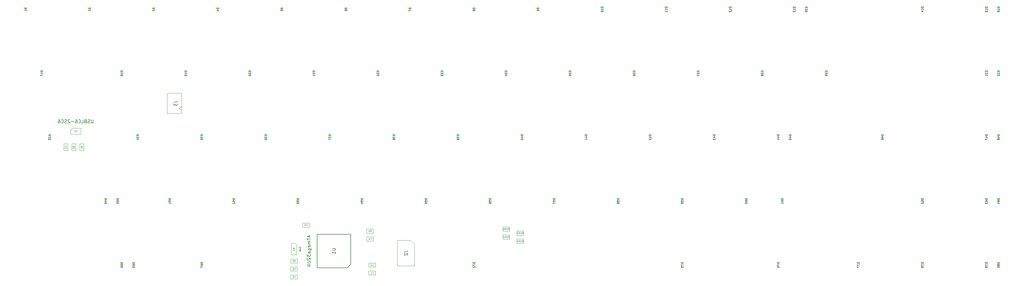
<source format=gbr>
%TF.GenerationSoftware,KiCad,Pcbnew,(5.99.0-9376-g8dcf5404fc)*%
%TF.CreationDate,2021-02-24T21:32:48+01:00*%
%TF.ProjectId,gud70,67756437-302e-46b6-9963-61645f706362,rev?*%
%TF.SameCoordinates,Original*%
%TF.FileFunction,AssemblyDrawing,Bot*%
%FSLAX46Y46*%
G04 Gerber Fmt 4.6, Leading zero omitted, Abs format (unit mm)*
G04 Created by KiCad (PCBNEW (5.99.0-9376-g8dcf5404fc)) date 2021-02-24 21:32:48*
%MOMM*%
%LPD*%
G01*
G04 APERTURE LIST*
%ADD10C,0.075000*%
%ADD11C,0.130000*%
%ADD12C,0.150000*%
%ADD13C,0.030000*%
%ADD14C,0.080000*%
%ADD15C,0.125000*%
%ADD16C,0.100000*%
G04 APERTURE END LIST*
D10*
X160698712Y-77616872D02*
X160865379Y-77378777D01*
X160984427Y-77616872D02*
X160984427Y-77116872D01*
X160793950Y-77116872D01*
X160746331Y-77140682D01*
X160722522Y-77164491D01*
X160698712Y-77212110D01*
X160698712Y-77283539D01*
X160722522Y-77331158D01*
X160746331Y-77354967D01*
X160793950Y-77378777D01*
X160984427Y-77378777D01*
X160222522Y-77616872D02*
X160508236Y-77616872D01*
X160365379Y-77616872D02*
X160365379Y-77116872D01*
X160412998Y-77188301D01*
X160460617Y-77235920D01*
X160508236Y-77259729D01*
X159912998Y-77116872D02*
X159865379Y-77116872D01*
X159817760Y-77140682D01*
X159793950Y-77164491D01*
X159770141Y-77212110D01*
X159746331Y-77307348D01*
X159746331Y-77426396D01*
X159770141Y-77521634D01*
X159793950Y-77569253D01*
X159817760Y-77593062D01*
X159865379Y-77616872D01*
X159912998Y-77616872D01*
X159960617Y-77593062D01*
X159984427Y-77569253D01*
X160008236Y-77521634D01*
X160032046Y-77426396D01*
X160032046Y-77307348D01*
X160008236Y-77212110D01*
X159984427Y-77164491D01*
X159960617Y-77140682D01*
X159912998Y-77116872D01*
X159555855Y-77164491D02*
X159532046Y-77140682D01*
X159484427Y-77116872D01*
X159365379Y-77116872D01*
X159317760Y-77140682D01*
X159293950Y-77164491D01*
X159270141Y-77212110D01*
X159270141Y-77259729D01*
X159293950Y-77331158D01*
X159579665Y-77616872D01*
X159270141Y-77616872D01*
D11*
X44919895Y-65946476D02*
X44319895Y-65946476D01*
X44319895Y-66089333D01*
X44348467Y-66175048D01*
X44405609Y-66232190D01*
X44462752Y-66260762D01*
X44577038Y-66289333D01*
X44662752Y-66289333D01*
X44777038Y-66260762D01*
X44834181Y-66232190D01*
X44891324Y-66175048D01*
X44919895Y-66089333D01*
X44919895Y-65946476D01*
X44319895Y-66832190D02*
X44319895Y-66546476D01*
X44605609Y-66517905D01*
X44577038Y-66546476D01*
X44548467Y-66603619D01*
X44548467Y-66746476D01*
X44577038Y-66803619D01*
X44605609Y-66832190D01*
X44662752Y-66860762D01*
X44805609Y-66860762D01*
X44862752Y-66832190D01*
X44891324Y-66803619D01*
X44919895Y-66746476D01*
X44919895Y-66603619D01*
X44891324Y-66546476D01*
X44862752Y-66517905D01*
X44319895Y-67232190D02*
X44319895Y-67289333D01*
X44348467Y-67346476D01*
X44377038Y-67375048D01*
X44434181Y-67403619D01*
X44548467Y-67432190D01*
X44691324Y-67432190D01*
X44805609Y-67403619D01*
X44862752Y-67375048D01*
X44891324Y-67346476D01*
X44919895Y-67289333D01*
X44919895Y-67232190D01*
X44891324Y-67175048D01*
X44862752Y-67146476D01*
X44805609Y-67117905D01*
X44691324Y-67089333D01*
X44548467Y-67089333D01*
X44434181Y-67117905D01*
X44377038Y-67146476D01*
X44348467Y-67175048D01*
X44319895Y-67232190D01*
X179460633Y-27846444D02*
X178860633Y-27846444D01*
X178860633Y-27989301D01*
X178889205Y-28075016D01*
X178946347Y-28132158D01*
X179003490Y-28160730D01*
X179117776Y-28189301D01*
X179203490Y-28189301D01*
X179317776Y-28160730D01*
X179374919Y-28132158D01*
X179432062Y-28075016D01*
X179460633Y-27989301D01*
X179460633Y-27846444D01*
X178917776Y-28417873D02*
X178889205Y-28446444D01*
X178860633Y-28503587D01*
X178860633Y-28646444D01*
X178889205Y-28703587D01*
X178917776Y-28732158D01*
X178974919Y-28760730D01*
X179032062Y-28760730D01*
X179117776Y-28732158D01*
X179460633Y-28389301D01*
X179460633Y-28760730D01*
X178860633Y-29303587D02*
X178860633Y-29017873D01*
X179146347Y-28989301D01*
X179117776Y-29017873D01*
X179089205Y-29075016D01*
X179089205Y-29217873D01*
X179117776Y-29275016D01*
X179146347Y-29303587D01*
X179203490Y-29332158D01*
X179346347Y-29332158D01*
X179403490Y-29303587D01*
X179432062Y-29275016D01*
X179460633Y-29217873D01*
X179460633Y-29075016D01*
X179432062Y-29017873D01*
X179403490Y-28989301D01*
X208035657Y-8796428D02*
X207435657Y-8796428D01*
X207435657Y-8939285D01*
X207464229Y-9025000D01*
X207521371Y-9082142D01*
X207578514Y-9110714D01*
X207692800Y-9139285D01*
X207778514Y-9139285D01*
X207892800Y-9110714D01*
X207949943Y-9082142D01*
X208007086Y-9025000D01*
X208035657Y-8939285D01*
X208035657Y-8796428D01*
X208035657Y-9710714D02*
X208035657Y-9367857D01*
X208035657Y-9539285D02*
X207435657Y-9539285D01*
X207521371Y-9482142D01*
X207578514Y-9425000D01*
X207607086Y-9367857D01*
X208035657Y-10282142D02*
X208035657Y-9939285D01*
X208035657Y-10110714D02*
X207435657Y-10110714D01*
X207521371Y-10053571D01*
X207578514Y-9996428D01*
X207607086Y-9939285D01*
X49682399Y-84996492D02*
X49082399Y-84996492D01*
X49082399Y-85139349D01*
X49110971Y-85225064D01*
X49168113Y-85282206D01*
X49225256Y-85310778D01*
X49339542Y-85339349D01*
X49425256Y-85339349D01*
X49539542Y-85310778D01*
X49596685Y-85282206D01*
X49653828Y-85225064D01*
X49682399Y-85139349D01*
X49682399Y-84996492D01*
X49082399Y-85853635D02*
X49082399Y-85739349D01*
X49110971Y-85682206D01*
X49139542Y-85653635D01*
X49225256Y-85596492D01*
X49339542Y-85567921D01*
X49568113Y-85567921D01*
X49625256Y-85596492D01*
X49653828Y-85625064D01*
X49682399Y-85682206D01*
X49682399Y-85796492D01*
X49653828Y-85853635D01*
X49625256Y-85882206D01*
X49568113Y-85910778D01*
X49425256Y-85910778D01*
X49368113Y-85882206D01*
X49339542Y-85853635D01*
X49310971Y-85796492D01*
X49310971Y-85682206D01*
X49339542Y-85625064D01*
X49368113Y-85596492D01*
X49425256Y-85567921D01*
X49082399Y-86453635D02*
X49082399Y-86167921D01*
X49368113Y-86139349D01*
X49339542Y-86167921D01*
X49310971Y-86225064D01*
X49310971Y-86367921D01*
X49339542Y-86425064D01*
X49368113Y-86453635D01*
X49425256Y-86482206D01*
X49568113Y-86482206D01*
X49625256Y-86453635D01*
X49653828Y-86425064D01*
X49682399Y-86367921D01*
X49682399Y-86225064D01*
X49653828Y-86167921D01*
X49625256Y-86139349D01*
D12*
X61364932Y-37171385D02*
X62079218Y-37171385D01*
X62222075Y-37123766D01*
X62317313Y-37028528D01*
X62364932Y-36885671D01*
X62364932Y-36790433D01*
X61364932Y-37552338D02*
X61364932Y-38171385D01*
X61745885Y-37838052D01*
X61745885Y-37980909D01*
X61793504Y-38076147D01*
X61841123Y-38123766D01*
X61936361Y-38171385D01*
X62174456Y-38171385D01*
X62269694Y-38123766D01*
X62317313Y-38076147D01*
X62364932Y-37980909D01*
X62364932Y-37695195D01*
X62317313Y-37599957D01*
X62269694Y-37552338D01*
D11*
X103260569Y-27846444D02*
X102660569Y-27846444D01*
X102660569Y-27989301D01*
X102689141Y-28075016D01*
X102746283Y-28132158D01*
X102803426Y-28160730D01*
X102917712Y-28189301D01*
X103003426Y-28189301D01*
X103117712Y-28160730D01*
X103174855Y-28132158D01*
X103231998Y-28075016D01*
X103260569Y-27989301D01*
X103260569Y-27846444D01*
X102717712Y-28417873D02*
X102689141Y-28446444D01*
X102660569Y-28503587D01*
X102660569Y-28646444D01*
X102689141Y-28703587D01*
X102717712Y-28732158D01*
X102774855Y-28760730D01*
X102831998Y-28760730D01*
X102917712Y-28732158D01*
X103260569Y-28389301D01*
X103260569Y-28760730D01*
X103260569Y-29332158D02*
X103260569Y-28989301D01*
X103260569Y-29160730D02*
X102660569Y-29160730D01*
X102746283Y-29103587D01*
X102803426Y-29046444D01*
X102831998Y-28989301D01*
X265185713Y-84996500D02*
X264585713Y-84996500D01*
X264585713Y-85139357D01*
X264614285Y-85225072D01*
X264671427Y-85282214D01*
X264728570Y-85310786D01*
X264842856Y-85339357D01*
X264928570Y-85339357D01*
X265042856Y-85310786D01*
X265099999Y-85282214D01*
X265157142Y-85225072D01*
X265185713Y-85139357D01*
X265185713Y-84996500D01*
X264585713Y-85539357D02*
X264585713Y-85939357D01*
X265185713Y-85682214D01*
X264585713Y-86110786D02*
X264585713Y-86510786D01*
X265185713Y-86253643D01*
X306857615Y-84996492D02*
X306257615Y-84996492D01*
X306257615Y-85139349D01*
X306286187Y-85225064D01*
X306343329Y-85282206D01*
X306400472Y-85310778D01*
X306514758Y-85339349D01*
X306600472Y-85339349D01*
X306714758Y-85310778D01*
X306771901Y-85282206D01*
X306829044Y-85225064D01*
X306857615Y-85139349D01*
X306857615Y-84996492D01*
X306514758Y-85682206D02*
X306486187Y-85625064D01*
X306457615Y-85596492D01*
X306400472Y-85567921D01*
X306371901Y-85567921D01*
X306314758Y-85596492D01*
X306286187Y-85625064D01*
X306257615Y-85682206D01*
X306257615Y-85796492D01*
X306286187Y-85853635D01*
X306314758Y-85882206D01*
X306371901Y-85910778D01*
X306400472Y-85910778D01*
X306457615Y-85882206D01*
X306486187Y-85853635D01*
X306514758Y-85796492D01*
X306514758Y-85682206D01*
X306543329Y-85625064D01*
X306571901Y-85596492D01*
X306629044Y-85567921D01*
X306743329Y-85567921D01*
X306800472Y-85596492D01*
X306829044Y-85625064D01*
X306857615Y-85682206D01*
X306857615Y-85796492D01*
X306829044Y-85853635D01*
X306800472Y-85882206D01*
X306743329Y-85910778D01*
X306629044Y-85910778D01*
X306571901Y-85882206D01*
X306543329Y-85853635D01*
X306514758Y-85796492D01*
X306257615Y-86282206D02*
X306257615Y-86339349D01*
X306286187Y-86396492D01*
X306314758Y-86425064D01*
X306371901Y-86453635D01*
X306486187Y-86482206D01*
X306629044Y-86482206D01*
X306743329Y-86453635D01*
X306800472Y-86425064D01*
X306829044Y-86396492D01*
X306857615Y-86339349D01*
X306857615Y-86282206D01*
X306829044Y-86225064D01*
X306800472Y-86196492D01*
X306743329Y-86167921D01*
X306629044Y-86139349D01*
X306486187Y-86139349D01*
X306371901Y-86167921D01*
X306314758Y-86196492D01*
X306286187Y-86225064D01*
X306257615Y-86282206D01*
X79448049Y-65946476D02*
X78848049Y-65946476D01*
X78848049Y-66089333D01*
X78876621Y-66175048D01*
X78933763Y-66232190D01*
X78990906Y-66260762D01*
X79105192Y-66289333D01*
X79190906Y-66289333D01*
X79305192Y-66260762D01*
X79362335Y-66232190D01*
X79419478Y-66175048D01*
X79448049Y-66089333D01*
X79448049Y-65946476D01*
X78848049Y-66832190D02*
X78848049Y-66546476D01*
X79133763Y-66517905D01*
X79105192Y-66546476D01*
X79076621Y-66603619D01*
X79076621Y-66746476D01*
X79105192Y-66803619D01*
X79133763Y-66832190D01*
X79190906Y-66860762D01*
X79333763Y-66860762D01*
X79390906Y-66832190D01*
X79419478Y-66803619D01*
X79448049Y-66746476D01*
X79448049Y-66603619D01*
X79419478Y-66546476D01*
X79390906Y-66517905D01*
X78905192Y-67089333D02*
X78876621Y-67117905D01*
X78848049Y-67175048D01*
X78848049Y-67317905D01*
X78876621Y-67375048D01*
X78905192Y-67403619D01*
X78962335Y-67432190D01*
X79019478Y-67432190D01*
X79105192Y-67403619D01*
X79448049Y-67060762D01*
X79448049Y-67432190D01*
D12*
X108394651Y-80795968D02*
X109204175Y-80795968D01*
X109299413Y-80843587D01*
X109347032Y-80891206D01*
X109394651Y-80986444D01*
X109394651Y-81176920D01*
X109347032Y-81272158D01*
X109299413Y-81319777D01*
X109204175Y-81367396D01*
X108394651Y-81367396D01*
X109394651Y-82367396D02*
X109394651Y-81795968D01*
X109394651Y-82081682D02*
X108394651Y-82081682D01*
X108537509Y-81986444D01*
X108632747Y-81891206D01*
X108680366Y-81795968D01*
X101658936Y-76986444D02*
X101658936Y-77462634D01*
X101944650Y-76891206D02*
X100944650Y-77224539D01*
X101944650Y-77557873D01*
X100944650Y-77748349D02*
X100944650Y-78319777D01*
X101944650Y-78034063D02*
X100944650Y-78034063D01*
X101944650Y-78653111D02*
X101277984Y-78653111D01*
X101373222Y-78653111D02*
X101325603Y-78700730D01*
X101277984Y-78795968D01*
X101277984Y-78938825D01*
X101325603Y-79034063D01*
X101420841Y-79081682D01*
X101944650Y-79081682D01*
X101420841Y-79081682D02*
X101325603Y-79129301D01*
X101277984Y-79224539D01*
X101277984Y-79367396D01*
X101325603Y-79462634D01*
X101420841Y-79510253D01*
X101944650Y-79510253D01*
X101897031Y-80367396D02*
X101944650Y-80272158D01*
X101944650Y-80081682D01*
X101897031Y-79986444D01*
X101801793Y-79938825D01*
X101420841Y-79938825D01*
X101325603Y-79986444D01*
X101277984Y-80081682D01*
X101277984Y-80272158D01*
X101325603Y-80367396D01*
X101420841Y-80415015D01*
X101516079Y-80415015D01*
X101611317Y-79938825D01*
X101277984Y-81272158D02*
X102087508Y-81272158D01*
X102182746Y-81224539D01*
X102230365Y-81176920D01*
X102277984Y-81081682D01*
X102277984Y-80938825D01*
X102230365Y-80843587D01*
X101897031Y-81272158D02*
X101944650Y-81176920D01*
X101944650Y-80986444D01*
X101897031Y-80891206D01*
X101849412Y-80843587D01*
X101754174Y-80795968D01*
X101468460Y-80795968D01*
X101373222Y-80843587D01*
X101325603Y-80891206D01*
X101277984Y-80986444D01*
X101277984Y-81176920D01*
X101325603Y-81272158D01*
X101944650Y-82176920D02*
X101420841Y-82176920D01*
X101325603Y-82129301D01*
X101277984Y-82034063D01*
X101277984Y-81843587D01*
X101325603Y-81748349D01*
X101897031Y-82176920D02*
X101944650Y-82081682D01*
X101944650Y-81843587D01*
X101897031Y-81748349D01*
X101801793Y-81700730D01*
X101706555Y-81700730D01*
X101611317Y-81748349D01*
X101563698Y-81843587D01*
X101563698Y-82081682D01*
X101516079Y-82176920D01*
X100944650Y-82557873D02*
X100944650Y-83176920D01*
X101325603Y-82843587D01*
X101325603Y-82986444D01*
X101373222Y-83081682D01*
X101420841Y-83129301D01*
X101516079Y-83176920D01*
X101754174Y-83176920D01*
X101849412Y-83129301D01*
X101897031Y-83081682D01*
X101944650Y-82986444D01*
X101944650Y-82700730D01*
X101897031Y-82605492D01*
X101849412Y-82557873D01*
X101039889Y-83557873D02*
X100992270Y-83605492D01*
X100944650Y-83700730D01*
X100944650Y-83938825D01*
X100992270Y-84034063D01*
X101039889Y-84081682D01*
X101135127Y-84129301D01*
X101230365Y-84129301D01*
X101373222Y-84081682D01*
X101944650Y-83510253D01*
X101944650Y-84129301D01*
X100944650Y-84557873D02*
X101754174Y-84557873D01*
X101849412Y-84605492D01*
X101897031Y-84653111D01*
X101944650Y-84748349D01*
X101944650Y-84938825D01*
X101897031Y-85034063D01*
X101849412Y-85081682D01*
X101754174Y-85129301D01*
X100944650Y-85129301D01*
X101277984Y-86034063D02*
X101944650Y-86034063D01*
X100897031Y-85795968D02*
X101611317Y-85557873D01*
X101611317Y-86176920D01*
D11*
X284235721Y-65946476D02*
X283635721Y-65946476D01*
X283635721Y-66089333D01*
X283664293Y-66175048D01*
X283721435Y-66232190D01*
X283778578Y-66260762D01*
X283892864Y-66289333D01*
X283978578Y-66289333D01*
X284092864Y-66260762D01*
X284150007Y-66232190D01*
X284207150Y-66175048D01*
X284235721Y-66089333D01*
X284235721Y-65946476D01*
X283635721Y-66803619D02*
X283635721Y-66689333D01*
X283664293Y-66632190D01*
X283692864Y-66603619D01*
X283778578Y-66546476D01*
X283892864Y-66517905D01*
X284121435Y-66517905D01*
X284178578Y-66546476D01*
X284207150Y-66575048D01*
X284235721Y-66632190D01*
X284235721Y-66746476D01*
X284207150Y-66803619D01*
X284178578Y-66832190D01*
X284121435Y-66860762D01*
X283978578Y-66860762D01*
X283921435Y-66832190D01*
X283892864Y-66803619D01*
X283864293Y-66746476D01*
X283864293Y-66632190D01*
X283892864Y-66575048D01*
X283921435Y-66546476D01*
X283978578Y-66517905D01*
X283692864Y-67089333D02*
X283664293Y-67117905D01*
X283635721Y-67175048D01*
X283635721Y-67317905D01*
X283664293Y-67375048D01*
X283692864Y-67403619D01*
X283750007Y-67432190D01*
X283807150Y-67432190D01*
X283892864Y-67403619D01*
X284235721Y-67060762D01*
X284235721Y-67432190D01*
X136598097Y-65946476D02*
X135998097Y-65946476D01*
X135998097Y-66089333D01*
X136026669Y-66175048D01*
X136083811Y-66232190D01*
X136140954Y-66260762D01*
X136255240Y-66289333D01*
X136340954Y-66289333D01*
X136455240Y-66260762D01*
X136512383Y-66232190D01*
X136569526Y-66175048D01*
X136598097Y-66089333D01*
X136598097Y-65946476D01*
X135998097Y-66832190D02*
X135998097Y-66546476D01*
X136283811Y-66517905D01*
X136255240Y-66546476D01*
X136226669Y-66603619D01*
X136226669Y-66746476D01*
X136255240Y-66803619D01*
X136283811Y-66832190D01*
X136340954Y-66860762D01*
X136483811Y-66860762D01*
X136540954Y-66832190D01*
X136569526Y-66803619D01*
X136598097Y-66746476D01*
X136598097Y-66603619D01*
X136569526Y-66546476D01*
X136540954Y-66517905D01*
X135998097Y-67403619D02*
X135998097Y-67117905D01*
X136283811Y-67089333D01*
X136255240Y-67117905D01*
X136226669Y-67175048D01*
X136226669Y-67317905D01*
X136255240Y-67375048D01*
X136283811Y-67403619D01*
X136340954Y-67432190D01*
X136483811Y-67432190D01*
X136540954Y-67403619D01*
X136569526Y-67375048D01*
X136598097Y-67317905D01*
X136598097Y-67175048D01*
X136569526Y-67117905D01*
X136540954Y-67089333D01*
X88973057Y-46896460D02*
X88373057Y-46896460D01*
X88373057Y-47039317D01*
X88401629Y-47125032D01*
X88458771Y-47182174D01*
X88515914Y-47210746D01*
X88630200Y-47239317D01*
X88715914Y-47239317D01*
X88830200Y-47210746D01*
X88887343Y-47182174D01*
X88944486Y-47125032D01*
X88973057Y-47039317D01*
X88973057Y-46896460D01*
X88373057Y-47439317D02*
X88373057Y-47810746D01*
X88601629Y-47610746D01*
X88601629Y-47696460D01*
X88630200Y-47753603D01*
X88658771Y-47782174D01*
X88715914Y-47810746D01*
X88858771Y-47810746D01*
X88915914Y-47782174D01*
X88944486Y-47753603D01*
X88973057Y-47696460D01*
X88973057Y-47525032D01*
X88944486Y-47467889D01*
X88915914Y-47439317D01*
X88373057Y-48325032D02*
X88373057Y-48210746D01*
X88401629Y-48153603D01*
X88430200Y-48125032D01*
X88515914Y-48067889D01*
X88630200Y-48039317D01*
X88858771Y-48039317D01*
X88915914Y-48067889D01*
X88944486Y-48096460D01*
X88973057Y-48153603D01*
X88973057Y-48267889D01*
X88944486Y-48325032D01*
X88915914Y-48353603D01*
X88858771Y-48382174D01*
X88715914Y-48382174D01*
X88658771Y-48353603D01*
X88630200Y-48325032D01*
X88601629Y-48267889D01*
X88601629Y-48153603D01*
X88630200Y-48096460D01*
X88658771Y-48067889D01*
X88715914Y-48039317D01*
X160410617Y-27846444D02*
X159810617Y-27846444D01*
X159810617Y-27989301D01*
X159839189Y-28075016D01*
X159896331Y-28132158D01*
X159953474Y-28160730D01*
X160067760Y-28189301D01*
X160153474Y-28189301D01*
X160267760Y-28160730D01*
X160324903Y-28132158D01*
X160382046Y-28075016D01*
X160410617Y-27989301D01*
X160410617Y-27846444D01*
X159867760Y-28417873D02*
X159839189Y-28446444D01*
X159810617Y-28503587D01*
X159810617Y-28646444D01*
X159839189Y-28703587D01*
X159867760Y-28732158D01*
X159924903Y-28760730D01*
X159982046Y-28760730D01*
X160067760Y-28732158D01*
X160410617Y-28389301D01*
X160410617Y-28760730D01*
X160010617Y-29275016D02*
X160410617Y-29275016D01*
X159782046Y-29132158D02*
X160210617Y-28989301D01*
X160210617Y-29360730D01*
X212798161Y-65946476D02*
X212198161Y-65946476D01*
X212198161Y-66089333D01*
X212226733Y-66175048D01*
X212283875Y-66232190D01*
X212341018Y-66260762D01*
X212455304Y-66289333D01*
X212541018Y-66289333D01*
X212655304Y-66260762D01*
X212712447Y-66232190D01*
X212769590Y-66175048D01*
X212798161Y-66089333D01*
X212798161Y-65946476D01*
X212198161Y-66832190D02*
X212198161Y-66546476D01*
X212483875Y-66517905D01*
X212455304Y-66546476D01*
X212426733Y-66603619D01*
X212426733Y-66746476D01*
X212455304Y-66803619D01*
X212483875Y-66832190D01*
X212541018Y-66860762D01*
X212683875Y-66860762D01*
X212741018Y-66832190D01*
X212769590Y-66803619D01*
X212798161Y-66746476D01*
X212798161Y-66603619D01*
X212769590Y-66546476D01*
X212741018Y-66517905D01*
X212798161Y-67146476D02*
X212798161Y-67260762D01*
X212769590Y-67317905D01*
X212741018Y-67346476D01*
X212655304Y-67403619D01*
X212541018Y-67432190D01*
X212312447Y-67432190D01*
X212255304Y-67403619D01*
X212226733Y-67375048D01*
X212198161Y-67317905D01*
X212198161Y-67203619D01*
X212226733Y-67146476D01*
X212255304Y-67117905D01*
X212312447Y-67089333D01*
X212455304Y-67089333D01*
X212512447Y-67117905D01*
X212541018Y-67146476D01*
X212569590Y-67203619D01*
X212569590Y-67317905D01*
X212541018Y-67375048D01*
X212512447Y-67403619D01*
X212455304Y-67432190D01*
D10*
X34159023Y-50518263D02*
X33920928Y-50351597D01*
X34159023Y-50232549D02*
X33659023Y-50232549D01*
X33659023Y-50423025D01*
X33682833Y-50470644D01*
X33706642Y-50494454D01*
X33754261Y-50518263D01*
X33825690Y-50518263D01*
X33873309Y-50494454D01*
X33897118Y-50470644D01*
X33920928Y-50423025D01*
X33920928Y-50232549D01*
X34159023Y-50994454D02*
X34159023Y-50708739D01*
X34159023Y-50851597D02*
X33659023Y-50851597D01*
X33730452Y-50803977D01*
X33778071Y-50756358D01*
X33801880Y-50708739D01*
D11*
X188985641Y-8796428D02*
X188385641Y-8796428D01*
X188385641Y-8939285D01*
X188414213Y-9025000D01*
X188471355Y-9082142D01*
X188528498Y-9110714D01*
X188642784Y-9139285D01*
X188728498Y-9139285D01*
X188842784Y-9110714D01*
X188899927Y-9082142D01*
X188957070Y-9025000D01*
X188985641Y-8939285D01*
X188985641Y-8796428D01*
X188985641Y-9710714D02*
X188985641Y-9367857D01*
X188985641Y-9539285D02*
X188385641Y-9539285D01*
X188471355Y-9482142D01*
X188528498Y-9425000D01*
X188557070Y-9367857D01*
X188385641Y-10082142D02*
X188385641Y-10139285D01*
X188414213Y-10196428D01*
X188442784Y-10225000D01*
X188499927Y-10253571D01*
X188614213Y-10282142D01*
X188757070Y-10282142D01*
X188871355Y-10253571D01*
X188928498Y-10225000D01*
X188957070Y-10196428D01*
X188985641Y-10139285D01*
X188985641Y-10082142D01*
X188957070Y-10025000D01*
X188928498Y-9996428D01*
X188871355Y-9967857D01*
X188757070Y-9939285D01*
X188614213Y-9939285D01*
X188499927Y-9967857D01*
X188442784Y-9996428D01*
X188414213Y-10025000D01*
X188385641Y-10082142D01*
X74685545Y-9082142D02*
X74085545Y-9082142D01*
X74085545Y-9225000D01*
X74114117Y-9310714D01*
X74171259Y-9367857D01*
X74228402Y-9396428D01*
X74342688Y-9425000D01*
X74428402Y-9425000D01*
X74542688Y-9396428D01*
X74599831Y-9367857D01*
X74656974Y-9310714D01*
X74685545Y-9225000D01*
X74685545Y-9082142D01*
X74285545Y-9939285D02*
X74685545Y-9939285D01*
X74056974Y-9796428D02*
X74485545Y-9653571D01*
X74485545Y-10025000D01*
D10*
X160698712Y-75235620D02*
X160865379Y-74997525D01*
X160984427Y-75235620D02*
X160984427Y-74735620D01*
X160793950Y-74735620D01*
X160746331Y-74759430D01*
X160722522Y-74783239D01*
X160698712Y-74830858D01*
X160698712Y-74902287D01*
X160722522Y-74949906D01*
X160746331Y-74973715D01*
X160793950Y-74997525D01*
X160984427Y-74997525D01*
X160222522Y-75235620D02*
X160508236Y-75235620D01*
X160365379Y-75235620D02*
X160365379Y-74735620D01*
X160412998Y-74807049D01*
X160460617Y-74854668D01*
X160508236Y-74878477D01*
X159912998Y-74735620D02*
X159865379Y-74735620D01*
X159817760Y-74759430D01*
X159793950Y-74783239D01*
X159770141Y-74830858D01*
X159746331Y-74926096D01*
X159746331Y-75045144D01*
X159770141Y-75140382D01*
X159793950Y-75188001D01*
X159817760Y-75211810D01*
X159865379Y-75235620D01*
X159912998Y-75235620D01*
X159960617Y-75211810D01*
X159984427Y-75188001D01*
X160008236Y-75140382D01*
X160032046Y-75045144D01*
X160032046Y-74926096D01*
X160008236Y-74830858D01*
X159984427Y-74783239D01*
X159960617Y-74759430D01*
X159912998Y-74735620D01*
X159317760Y-74902287D02*
X159317760Y-75235620D01*
X159436808Y-74711810D02*
X159555855Y-75068953D01*
X159246331Y-75068953D01*
D11*
X303285737Y-46896460D02*
X302685737Y-46896460D01*
X302685737Y-47039317D01*
X302714309Y-47125032D01*
X302771451Y-47182174D01*
X302828594Y-47210746D01*
X302942880Y-47239317D01*
X303028594Y-47239317D01*
X303142880Y-47210746D01*
X303200023Y-47182174D01*
X303257166Y-47125032D01*
X303285737Y-47039317D01*
X303285737Y-46896460D01*
X302885737Y-47753603D02*
X303285737Y-47753603D01*
X302657166Y-47610746D02*
X303085737Y-47467889D01*
X303085737Y-47839317D01*
X302685737Y-48010746D02*
X302685737Y-48410746D01*
X303285737Y-48153603D01*
X244945063Y-46896396D02*
X244345063Y-46896396D01*
X244345063Y-47039253D01*
X244373635Y-47124968D01*
X244430777Y-47182110D01*
X244487920Y-47210682D01*
X244602206Y-47239253D01*
X244687920Y-47239253D01*
X244802206Y-47210682D01*
X244859349Y-47182110D01*
X244916492Y-47124968D01*
X244945063Y-47039253D01*
X244945063Y-46896396D01*
X244545063Y-47753539D02*
X244945063Y-47753539D01*
X244316492Y-47610682D02*
X244745063Y-47467825D01*
X244745063Y-47839253D01*
X244345063Y-48353539D02*
X244345063Y-48067825D01*
X244630777Y-48039253D01*
X244602206Y-48067825D01*
X244573635Y-48124968D01*
X244573635Y-48267825D01*
X244602206Y-48324968D01*
X244630777Y-48353539D01*
X244687920Y-48382110D01*
X244830777Y-48382110D01*
X244887920Y-48353539D01*
X244916492Y-48324968D01*
X244945063Y-48267825D01*
X244945063Y-48124968D01*
X244916492Y-48067825D01*
X244887920Y-48039253D01*
X242563819Y-65946484D02*
X241963819Y-65946484D01*
X241963819Y-66089341D01*
X241992391Y-66175056D01*
X242049533Y-66232198D01*
X242106676Y-66260770D01*
X242220962Y-66289341D01*
X242306676Y-66289341D01*
X242420962Y-66260770D01*
X242478105Y-66232198D01*
X242535248Y-66175056D01*
X242563819Y-66089341D01*
X242563819Y-65946484D01*
X241963819Y-66803627D02*
X241963819Y-66689341D01*
X241992391Y-66632198D01*
X242020962Y-66603627D01*
X242106676Y-66546484D01*
X242220962Y-66517913D01*
X242449533Y-66517913D01*
X242506676Y-66546484D01*
X242535248Y-66575056D01*
X242563819Y-66632198D01*
X242563819Y-66746484D01*
X242535248Y-66803627D01*
X242506676Y-66832198D01*
X242449533Y-66860770D01*
X242306676Y-66860770D01*
X242249533Y-66832198D01*
X242220962Y-66803627D01*
X242192391Y-66746484D01*
X242192391Y-66632198D01*
X242220962Y-66575056D01*
X242249533Y-66546484D01*
X242306676Y-66517913D01*
X242563819Y-67432198D02*
X242563819Y-67089341D01*
X242563819Y-67260770D02*
X241963819Y-67260770D01*
X242049533Y-67203627D01*
X242106676Y-67146484D01*
X242135248Y-67089341D01*
X272329461Y-46896460D02*
X271729461Y-46896460D01*
X271729461Y-47039317D01*
X271758033Y-47125032D01*
X271815175Y-47182174D01*
X271872318Y-47210746D01*
X271986604Y-47239317D01*
X272072318Y-47239317D01*
X272186604Y-47210746D01*
X272243747Y-47182174D01*
X272300890Y-47125032D01*
X272329461Y-47039317D01*
X272329461Y-46896460D01*
X271929461Y-47753603D02*
X272329461Y-47753603D01*
X271700890Y-47610746D02*
X272129461Y-47467889D01*
X272129461Y-47839317D01*
X271729461Y-48325032D02*
X271729461Y-48210746D01*
X271758033Y-48153603D01*
X271786604Y-48125032D01*
X271872318Y-48067889D01*
X271986604Y-48039317D01*
X272215175Y-48039317D01*
X272272318Y-48067889D01*
X272300890Y-48096460D01*
X272329461Y-48153603D01*
X272329461Y-48267889D01*
X272300890Y-48325032D01*
X272272318Y-48353603D01*
X272215175Y-48382174D01*
X272072318Y-48382174D01*
X272015175Y-48353603D01*
X271986604Y-48325032D01*
X271958033Y-48267889D01*
X271958033Y-48153603D01*
X271986604Y-48096460D01*
X272015175Y-48067889D01*
X272072318Y-48039317D01*
D10*
X29134614Y-50434930D02*
X29134614Y-50268263D01*
X29396519Y-50268263D02*
X28896519Y-50268263D01*
X28896519Y-50506358D01*
X29396519Y-50958739D02*
X29396519Y-50673025D01*
X29396519Y-50815882D02*
X28896519Y-50815882D01*
X28967948Y-50768263D01*
X29015567Y-50720644D01*
X29039376Y-50673025D01*
D11*
X284235721Y-84996492D02*
X283635721Y-84996492D01*
X283635721Y-85139349D01*
X283664293Y-85225064D01*
X283721435Y-85282206D01*
X283778578Y-85310778D01*
X283892864Y-85339349D01*
X283978578Y-85339349D01*
X284092864Y-85310778D01*
X284150007Y-85282206D01*
X284207150Y-85225064D01*
X284235721Y-85139349D01*
X284235721Y-84996492D01*
X283635721Y-85539349D02*
X283635721Y-85939349D01*
X284235721Y-85682206D01*
X283892864Y-86253635D02*
X283864293Y-86196492D01*
X283835721Y-86167921D01*
X283778578Y-86139349D01*
X283750007Y-86139349D01*
X283692864Y-86167921D01*
X283664293Y-86196492D01*
X283635721Y-86253635D01*
X283635721Y-86367921D01*
X283664293Y-86425064D01*
X283692864Y-86453635D01*
X283750007Y-86482206D01*
X283778578Y-86482206D01*
X283835721Y-86453635D01*
X283864293Y-86425064D01*
X283892864Y-86367921D01*
X283892864Y-86253635D01*
X283921435Y-86196492D01*
X283950007Y-86167921D01*
X284007150Y-86139349D01*
X284121435Y-86139349D01*
X284178578Y-86167921D01*
X284207150Y-86196492D01*
X284235721Y-86253635D01*
X284235721Y-86367921D01*
X284207150Y-86425064D01*
X284178578Y-86453635D01*
X284121435Y-86482206D01*
X284007150Y-86482206D01*
X283950007Y-86453635D01*
X283921435Y-86425064D01*
X283892864Y-86367921D01*
X198510649Y-27846380D02*
X197910649Y-27846380D01*
X197910649Y-27989237D01*
X197939221Y-28074952D01*
X197996363Y-28132094D01*
X198053506Y-28160666D01*
X198167792Y-28189237D01*
X198253506Y-28189237D01*
X198367792Y-28160666D01*
X198424935Y-28132094D01*
X198482078Y-28074952D01*
X198510649Y-27989237D01*
X198510649Y-27846380D01*
X197967792Y-28417809D02*
X197939221Y-28446380D01*
X197910649Y-28503523D01*
X197910649Y-28646380D01*
X197939221Y-28703523D01*
X197967792Y-28732094D01*
X198024935Y-28760666D01*
X198082078Y-28760666D01*
X198167792Y-28732094D01*
X198510649Y-28389237D01*
X198510649Y-28760666D01*
X197910649Y-29274952D02*
X197910649Y-29160666D01*
X197939221Y-29103523D01*
X197967792Y-29074952D01*
X198053506Y-29017809D01*
X198167792Y-28989237D01*
X198396363Y-28989237D01*
X198453506Y-29017809D01*
X198482078Y-29046380D01*
X198510649Y-29103523D01*
X198510649Y-29217809D01*
X198482078Y-29274952D01*
X198453506Y-29303523D01*
X198396363Y-29332094D01*
X198253506Y-29332094D01*
X198196363Y-29303523D01*
X198167792Y-29274952D01*
X198139221Y-29217809D01*
X198139221Y-29103523D01*
X198167792Y-29046380D01*
X198196363Y-29017809D01*
X198253506Y-28989237D01*
X24679253Y-46896396D02*
X24079253Y-46896396D01*
X24079253Y-47039253D01*
X24107825Y-47124968D01*
X24164967Y-47182110D01*
X24222110Y-47210682D01*
X24336396Y-47239253D01*
X24422110Y-47239253D01*
X24536396Y-47210682D01*
X24593539Y-47182110D01*
X24650682Y-47124968D01*
X24679253Y-47039253D01*
X24679253Y-46896396D01*
X24079253Y-47439253D02*
X24079253Y-47810682D01*
X24307825Y-47610682D01*
X24307825Y-47696396D01*
X24336396Y-47753539D01*
X24364967Y-47782110D01*
X24422110Y-47810682D01*
X24564967Y-47810682D01*
X24622110Y-47782110D01*
X24650682Y-47753539D01*
X24679253Y-47696396D01*
X24679253Y-47524968D01*
X24650682Y-47467825D01*
X24622110Y-47439253D01*
X24079253Y-48010682D02*
X24079253Y-48382110D01*
X24307825Y-48182110D01*
X24307825Y-48267825D01*
X24336396Y-48324968D01*
X24364967Y-48353539D01*
X24422110Y-48382110D01*
X24564967Y-48382110D01*
X24622110Y-48353539D01*
X24650682Y-48324968D01*
X24679253Y-48267825D01*
X24679253Y-48096396D01*
X24650682Y-48039253D01*
X24622110Y-48010682D01*
D13*
X98726487Y-80272083D02*
X98926487Y-80405417D01*
X98726487Y-80405417D02*
X98926487Y-80272083D01*
X98726487Y-80453036D02*
X98726487Y-80567321D01*
X98926487Y-80510179D02*
X98726487Y-80510179D01*
X98869344Y-80624464D02*
X98869344Y-80719702D01*
X98926487Y-80605417D02*
X98726487Y-80672083D01*
X98926487Y-80738750D01*
X98926487Y-80900655D02*
X98926487Y-80805417D01*
X98726487Y-80805417D01*
X98945534Y-80919702D02*
X98945534Y-81072083D01*
X98736011Y-81224464D02*
X98726487Y-81205417D01*
X98726487Y-81176845D01*
X98736011Y-81148274D01*
X98755058Y-81129226D01*
X98774106Y-81119702D01*
X98812201Y-81110179D01*
X98840772Y-81110179D01*
X98878868Y-81119702D01*
X98897915Y-81129226D01*
X98916963Y-81148274D01*
X98926487Y-81176845D01*
X98926487Y-81195893D01*
X98916963Y-81224464D01*
X98907439Y-81233988D01*
X98840772Y-81233988D01*
X98840772Y-81195893D01*
X98926487Y-81319702D02*
X98726487Y-81319702D01*
X98926487Y-81433988D01*
X98726487Y-81433988D01*
X98926487Y-81529226D02*
X98726487Y-81529226D01*
X98726487Y-81576845D01*
X98736011Y-81605417D01*
X98755058Y-81624464D01*
X98774106Y-81633988D01*
X98812201Y-81643512D01*
X98840772Y-81643512D01*
X98878868Y-81633988D01*
X98897915Y-81624464D01*
X98916963Y-81605417D01*
X98926487Y-81576845D01*
X98926487Y-81529226D01*
D14*
X96657439Y-80576845D02*
X97257439Y-80976845D01*
X96657439Y-80976845D02*
X97257439Y-80576845D01*
X97257439Y-81519702D02*
X97257439Y-81176845D01*
X97257439Y-81348274D02*
X96657439Y-81348274D01*
X96743153Y-81291131D01*
X96800296Y-81233988D01*
X96828868Y-81176845D01*
D11*
X255660697Y-27846380D02*
X255060697Y-27846380D01*
X255060697Y-27989237D01*
X255089269Y-28074952D01*
X255146411Y-28132094D01*
X255203554Y-28160666D01*
X255317840Y-28189237D01*
X255403554Y-28189237D01*
X255517840Y-28160666D01*
X255574983Y-28132094D01*
X255632126Y-28074952D01*
X255660697Y-27989237D01*
X255660697Y-27846380D01*
X255117840Y-28417809D02*
X255089269Y-28446380D01*
X255060697Y-28503523D01*
X255060697Y-28646380D01*
X255089269Y-28703523D01*
X255117840Y-28732094D01*
X255174983Y-28760666D01*
X255232126Y-28760666D01*
X255317840Y-28732094D01*
X255660697Y-28389237D01*
X255660697Y-28760666D01*
X255660697Y-29046380D02*
X255660697Y-29160666D01*
X255632126Y-29217809D01*
X255603554Y-29246380D01*
X255517840Y-29303523D01*
X255403554Y-29332094D01*
X255174983Y-29332094D01*
X255117840Y-29303523D01*
X255089269Y-29274952D01*
X255060697Y-29217809D01*
X255060697Y-29103523D01*
X255089269Y-29046380D01*
X255117840Y-29017809D01*
X255174983Y-28989237D01*
X255317840Y-28989237D01*
X255374983Y-29017809D01*
X255403554Y-29046380D01*
X255432126Y-29103523D01*
X255432126Y-29217809D01*
X255403554Y-29274952D01*
X255374983Y-29303523D01*
X255317840Y-29332094D01*
D15*
X120336551Y-85903635D02*
X120360360Y-85927444D01*
X120431789Y-85951254D01*
X120479408Y-85951254D01*
X120550837Y-85927444D01*
X120598456Y-85879825D01*
X120622265Y-85832206D01*
X120646075Y-85736968D01*
X120646075Y-85665540D01*
X120622265Y-85570302D01*
X120598456Y-85522683D01*
X120550837Y-85475064D01*
X120479408Y-85451254D01*
X120431789Y-85451254D01*
X120360360Y-85475064D01*
X120336551Y-85498873D01*
X120146075Y-85498873D02*
X120122265Y-85475064D01*
X120074646Y-85451254D01*
X119955598Y-85451254D01*
X119907979Y-85475064D01*
X119884170Y-85498873D01*
X119860360Y-85546492D01*
X119860360Y-85594111D01*
X119884170Y-85665540D01*
X120169884Y-85951254D01*
X119860360Y-85951254D01*
D11*
X241373193Y-84996492D02*
X240773193Y-84996492D01*
X240773193Y-85139349D01*
X240801765Y-85225064D01*
X240858907Y-85282206D01*
X240916050Y-85310778D01*
X241030336Y-85339349D01*
X241116050Y-85339349D01*
X241230336Y-85310778D01*
X241287479Y-85282206D01*
X241344622Y-85225064D01*
X241373193Y-85139349D01*
X241373193Y-84996492D01*
X240773193Y-85539349D02*
X240773193Y-85939349D01*
X241373193Y-85682206D01*
X240773193Y-86425064D02*
X240773193Y-86310778D01*
X240801765Y-86253635D01*
X240830336Y-86225064D01*
X240916050Y-86167921D01*
X241030336Y-86139349D01*
X241258907Y-86139349D01*
X241316050Y-86167921D01*
X241344622Y-86196492D01*
X241373193Y-86253635D01*
X241373193Y-86367921D01*
X241344622Y-86425064D01*
X241316050Y-86453635D01*
X241258907Y-86482206D01*
X241116050Y-86482206D01*
X241058907Y-86453635D01*
X241030336Y-86425064D01*
X241001765Y-86367921D01*
X241001765Y-86253635D01*
X241030336Y-86196492D01*
X241058907Y-86167921D01*
X241116050Y-86139349D01*
X22298001Y-27846380D02*
X21698001Y-27846380D01*
X21698001Y-27989237D01*
X21726573Y-28074952D01*
X21783715Y-28132094D01*
X21840858Y-28160666D01*
X21955144Y-28189237D01*
X22040858Y-28189237D01*
X22155144Y-28160666D01*
X22212287Y-28132094D01*
X22269430Y-28074952D01*
X22298001Y-27989237D01*
X22298001Y-27846380D01*
X22298001Y-28760666D02*
X22298001Y-28417809D01*
X22298001Y-28589237D02*
X21698001Y-28589237D01*
X21783715Y-28532094D01*
X21840858Y-28474952D01*
X21869430Y-28417809D01*
X21698001Y-28960666D02*
X21698001Y-29360666D01*
X22298001Y-29103523D01*
D10*
X119741238Y-75830933D02*
X119907905Y-75592838D01*
X120026952Y-75830933D02*
X120026952Y-75330933D01*
X119836476Y-75330933D01*
X119788857Y-75354743D01*
X119765047Y-75378552D01*
X119741238Y-75426171D01*
X119741238Y-75497600D01*
X119765047Y-75545219D01*
X119788857Y-75569028D01*
X119836476Y-75592838D01*
X120026952Y-75592838D01*
X119312666Y-75330933D02*
X119407905Y-75330933D01*
X119455524Y-75354743D01*
X119479333Y-75378552D01*
X119526952Y-75449981D01*
X119550762Y-75545219D01*
X119550762Y-75735695D01*
X119526952Y-75783314D01*
X119503143Y-75807123D01*
X119455524Y-75830933D01*
X119360285Y-75830933D01*
X119312666Y-75807123D01*
X119288857Y-75783314D01*
X119265047Y-75735695D01*
X119265047Y-75616647D01*
X119288857Y-75569028D01*
X119312666Y-75545219D01*
X119360285Y-75521409D01*
X119455524Y-75521409D01*
X119503143Y-75545219D01*
X119526952Y-75569028D01*
X119550762Y-75616647D01*
D11*
X203273153Y-46896460D02*
X202673153Y-46896460D01*
X202673153Y-47039317D01*
X202701725Y-47125032D01*
X202758867Y-47182174D01*
X202816010Y-47210746D01*
X202930296Y-47239317D01*
X203016010Y-47239317D01*
X203130296Y-47210746D01*
X203187439Y-47182174D01*
X203244582Y-47125032D01*
X203273153Y-47039317D01*
X203273153Y-46896460D01*
X202873153Y-47753603D02*
X203273153Y-47753603D01*
X202644582Y-47610746D02*
X203073153Y-47467889D01*
X203073153Y-47839317D01*
X202730296Y-48039317D02*
X202701725Y-48067889D01*
X202673153Y-48125032D01*
X202673153Y-48267889D01*
X202701725Y-48325032D01*
X202730296Y-48353603D01*
X202787439Y-48382174D01*
X202844582Y-48382174D01*
X202930296Y-48353603D01*
X203273153Y-48010746D01*
X203273153Y-48382174D01*
X117548081Y-65946476D02*
X116948081Y-65946476D01*
X116948081Y-66089333D01*
X116976653Y-66175048D01*
X117033795Y-66232190D01*
X117090938Y-66260762D01*
X117205224Y-66289333D01*
X117290938Y-66289333D01*
X117405224Y-66260762D01*
X117462367Y-66232190D01*
X117519510Y-66175048D01*
X117548081Y-66089333D01*
X117548081Y-65946476D01*
X116948081Y-66832190D02*
X116948081Y-66546476D01*
X117233795Y-66517905D01*
X117205224Y-66546476D01*
X117176653Y-66603619D01*
X117176653Y-66746476D01*
X117205224Y-66803619D01*
X117233795Y-66832190D01*
X117290938Y-66860762D01*
X117433795Y-66860762D01*
X117490938Y-66832190D01*
X117519510Y-66803619D01*
X117548081Y-66746476D01*
X117548081Y-66603619D01*
X117519510Y-66546476D01*
X117490938Y-66517905D01*
X117148081Y-67375048D02*
X117548081Y-67375048D01*
X116919510Y-67232190D02*
X117348081Y-67089333D01*
X117348081Y-67460762D01*
X212798161Y-84996492D02*
X212198161Y-84996492D01*
X212198161Y-85139349D01*
X212226733Y-85225064D01*
X212283875Y-85282206D01*
X212341018Y-85310778D01*
X212455304Y-85339349D01*
X212541018Y-85339349D01*
X212655304Y-85310778D01*
X212712447Y-85282206D01*
X212769590Y-85225064D01*
X212798161Y-85139349D01*
X212798161Y-84996492D01*
X212198161Y-85539349D02*
X212198161Y-85939349D01*
X212798161Y-85682206D01*
X212198161Y-86453635D02*
X212198161Y-86167921D01*
X212483875Y-86139349D01*
X212455304Y-86167921D01*
X212426733Y-86225064D01*
X212426733Y-86367921D01*
X212455304Y-86425064D01*
X212483875Y-86453635D01*
X212541018Y-86482206D01*
X212683875Y-86482206D01*
X212741018Y-86453635D01*
X212769590Y-86425064D01*
X212798161Y-86367921D01*
X212798161Y-86225064D01*
X212769590Y-86167921D01*
X212741018Y-86139349D01*
X303285737Y-84996492D02*
X302685737Y-84996492D01*
X302685737Y-85139349D01*
X302714309Y-85225064D01*
X302771451Y-85282206D01*
X302828594Y-85310778D01*
X302942880Y-85339349D01*
X303028594Y-85339349D01*
X303142880Y-85310778D01*
X303200023Y-85282206D01*
X303257166Y-85225064D01*
X303285737Y-85139349D01*
X303285737Y-84996492D01*
X302685737Y-85539349D02*
X302685737Y-85939349D01*
X303285737Y-85682206D01*
X303285737Y-86196492D02*
X303285737Y-86310778D01*
X303257166Y-86367921D01*
X303228594Y-86396492D01*
X303142880Y-86453635D01*
X303028594Y-86482206D01*
X302800023Y-86482206D01*
X302742880Y-86453635D01*
X302714309Y-86425064D01*
X302685737Y-86367921D01*
X302685737Y-86253635D01*
X302714309Y-86196492D01*
X302742880Y-86167921D01*
X302800023Y-86139349D01*
X302942880Y-86139349D01*
X303000023Y-86167921D01*
X303028594Y-86196492D01*
X303057166Y-86253635D01*
X303057166Y-86367921D01*
X303028594Y-86425064D01*
X303000023Y-86453635D01*
X302942880Y-86482206D01*
X131835593Y-9082078D02*
X131235593Y-9082078D01*
X131235593Y-9224936D01*
X131264165Y-9310650D01*
X131321307Y-9367793D01*
X131378450Y-9396364D01*
X131492736Y-9424936D01*
X131578450Y-9424936D01*
X131692736Y-9396364D01*
X131749879Y-9367793D01*
X131807022Y-9310650D01*
X131835593Y-9224936D01*
X131835593Y-9082078D01*
X131235593Y-9624936D02*
X131235593Y-10024936D01*
X131835593Y-9767793D01*
X217560665Y-27846380D02*
X216960665Y-27846380D01*
X216960665Y-27989237D01*
X216989237Y-28074952D01*
X217046379Y-28132094D01*
X217103522Y-28160666D01*
X217217808Y-28189237D01*
X217303522Y-28189237D01*
X217417808Y-28160666D01*
X217474951Y-28132094D01*
X217532094Y-28074952D01*
X217560665Y-27989237D01*
X217560665Y-27846380D01*
X217017808Y-28417809D02*
X216989237Y-28446380D01*
X216960665Y-28503523D01*
X216960665Y-28646380D01*
X216989237Y-28703523D01*
X217017808Y-28732094D01*
X217074951Y-28760666D01*
X217132094Y-28760666D01*
X217217808Y-28732094D01*
X217560665Y-28389237D01*
X217560665Y-28760666D01*
X216960665Y-28960666D02*
X216960665Y-29360666D01*
X217560665Y-29103523D01*
X69923041Y-46896396D02*
X69323041Y-46896396D01*
X69323041Y-47039253D01*
X69351613Y-47124968D01*
X69408755Y-47182110D01*
X69465898Y-47210682D01*
X69580184Y-47239253D01*
X69665898Y-47239253D01*
X69780184Y-47210682D01*
X69837327Y-47182110D01*
X69894470Y-47124968D01*
X69923041Y-47039253D01*
X69923041Y-46896396D01*
X69323041Y-47439253D02*
X69323041Y-47810682D01*
X69551613Y-47610682D01*
X69551613Y-47696396D01*
X69580184Y-47753539D01*
X69608755Y-47782110D01*
X69665898Y-47810682D01*
X69808755Y-47810682D01*
X69865898Y-47782110D01*
X69894470Y-47753539D01*
X69923041Y-47696396D01*
X69923041Y-47524968D01*
X69894470Y-47467825D01*
X69865898Y-47439253D01*
X69323041Y-48353539D02*
X69323041Y-48067825D01*
X69608755Y-48039253D01*
X69580184Y-48067825D01*
X69551613Y-48124968D01*
X69551613Y-48267825D01*
X69580184Y-48324968D01*
X69608755Y-48353539D01*
X69665898Y-48382110D01*
X69808755Y-48382110D01*
X69865898Y-48353539D01*
X69894470Y-48324968D01*
X69923041Y-48267825D01*
X69923041Y-48124968D01*
X69894470Y-48067825D01*
X69865898Y-48039253D01*
X246135689Y-8796364D02*
X245535689Y-8796364D01*
X245535689Y-8939221D01*
X245564261Y-9024936D01*
X245621403Y-9082078D01*
X245678546Y-9110650D01*
X245792832Y-9139221D01*
X245878546Y-9139221D01*
X245992832Y-9110650D01*
X246049975Y-9082078D01*
X246107118Y-9024936D01*
X246135689Y-8939221D01*
X246135689Y-8796364D01*
X246135689Y-9710650D02*
X246135689Y-9367793D01*
X246135689Y-9539221D02*
X245535689Y-9539221D01*
X245621403Y-9482078D01*
X245678546Y-9424936D01*
X245707118Y-9367793D01*
X245535689Y-9910650D02*
X245535689Y-10282078D01*
X245764261Y-10082078D01*
X245764261Y-10167793D01*
X245792832Y-10224936D01*
X245821403Y-10253507D01*
X245878546Y-10282078D01*
X246021403Y-10282078D01*
X246078546Y-10253507D01*
X246107118Y-10224936D01*
X246135689Y-10167793D01*
X246135689Y-9996364D01*
X246107118Y-9939221D01*
X246078546Y-9910650D01*
X184223137Y-46896396D02*
X183623137Y-46896396D01*
X183623137Y-47039253D01*
X183651709Y-47124968D01*
X183708851Y-47182110D01*
X183765994Y-47210682D01*
X183880280Y-47239253D01*
X183965994Y-47239253D01*
X184080280Y-47210682D01*
X184137423Y-47182110D01*
X184194566Y-47124968D01*
X184223137Y-47039253D01*
X184223137Y-46896396D01*
X183823137Y-47753539D02*
X184223137Y-47753539D01*
X183594566Y-47610682D02*
X184023137Y-47467825D01*
X184023137Y-47839253D01*
X184223137Y-48382110D02*
X184223137Y-48039253D01*
X184223137Y-48210682D02*
X183623137Y-48210682D01*
X183708851Y-48153539D01*
X183765994Y-48096396D01*
X183794566Y-48039253D01*
D15*
X119741238Y-78164566D02*
X119765047Y-78188375D01*
X119836476Y-78212185D01*
X119884095Y-78212185D01*
X119955524Y-78188375D01*
X120003143Y-78140756D01*
X120026952Y-78093137D01*
X120050762Y-77997899D01*
X120050762Y-77926471D01*
X120026952Y-77831233D01*
X120003143Y-77783614D01*
X119955524Y-77735995D01*
X119884095Y-77712185D01*
X119836476Y-77712185D01*
X119765047Y-77735995D01*
X119741238Y-77759804D01*
X119312666Y-77878852D02*
X119312666Y-78212185D01*
X119431714Y-77688375D02*
X119550762Y-78045518D01*
X119241238Y-78045518D01*
D11*
X41348017Y-65946476D02*
X40748017Y-65946476D01*
X40748017Y-66089333D01*
X40776589Y-66175048D01*
X40833731Y-66232190D01*
X40890874Y-66260762D01*
X41005160Y-66289333D01*
X41090874Y-66289333D01*
X41205160Y-66260762D01*
X41262303Y-66232190D01*
X41319446Y-66175048D01*
X41348017Y-66089333D01*
X41348017Y-65946476D01*
X40948017Y-66803619D02*
X41348017Y-66803619D01*
X40719446Y-66660762D02*
X41148017Y-66517905D01*
X41148017Y-66889333D01*
X41348017Y-67146476D02*
X41348017Y-67260762D01*
X41319446Y-67317905D01*
X41290874Y-67346476D01*
X41205160Y-67403619D01*
X41090874Y-67432190D01*
X40862303Y-67432190D01*
X40805160Y-67403619D01*
X40776589Y-67375048D01*
X40748017Y-67317905D01*
X40748017Y-67203619D01*
X40776589Y-67146476D01*
X40805160Y-67117905D01*
X40862303Y-67089333D01*
X41005160Y-67089333D01*
X41062303Y-67117905D01*
X41090874Y-67146476D01*
X41119446Y-67203619D01*
X41119446Y-67317905D01*
X41090874Y-67375048D01*
X41062303Y-67403619D01*
X41005160Y-67432190D01*
D10*
X164865903Y-76426246D02*
X165032570Y-76188151D01*
X165151618Y-76426246D02*
X165151618Y-75926246D01*
X164961141Y-75926246D01*
X164913522Y-75950056D01*
X164889713Y-75973865D01*
X164865903Y-76021484D01*
X164865903Y-76092913D01*
X164889713Y-76140532D01*
X164913522Y-76164341D01*
X164961141Y-76188151D01*
X165151618Y-76188151D01*
X164389713Y-76426246D02*
X164675427Y-76426246D01*
X164532570Y-76426246D02*
X164532570Y-75926246D01*
X164580189Y-75997675D01*
X164627808Y-76045294D01*
X164675427Y-76069103D01*
X164080189Y-75926246D02*
X164032570Y-75926246D01*
X163984951Y-75950056D01*
X163961141Y-75973865D01*
X163937332Y-76021484D01*
X163913522Y-76116722D01*
X163913522Y-76235770D01*
X163937332Y-76331008D01*
X163961141Y-76378627D01*
X163984951Y-76402436D01*
X164032570Y-76426246D01*
X164080189Y-76426246D01*
X164127808Y-76402436D01*
X164151618Y-76378627D01*
X164175427Y-76331008D01*
X164199237Y-76235770D01*
X164199237Y-76116722D01*
X164175427Y-76021484D01*
X164151618Y-75973865D01*
X164127808Y-75950056D01*
X164080189Y-75926246D01*
X163746856Y-75926246D02*
X163437332Y-75926246D01*
X163603999Y-76116722D01*
X163532570Y-76116722D01*
X163484951Y-76140532D01*
X163461141Y-76164341D01*
X163437332Y-76211960D01*
X163437332Y-76331008D01*
X163461141Y-76378627D01*
X163484951Y-76402436D01*
X163532570Y-76426246D01*
X163675427Y-76426246D01*
X163723046Y-76402436D01*
X163746856Y-76378627D01*
D15*
X120336551Y-88284887D02*
X120360360Y-88308696D01*
X120431789Y-88332506D01*
X120479408Y-88332506D01*
X120550837Y-88308696D01*
X120598456Y-88261077D01*
X120622265Y-88213458D01*
X120646075Y-88118220D01*
X120646075Y-88046792D01*
X120622265Y-87951554D01*
X120598456Y-87903935D01*
X120550837Y-87856316D01*
X120479408Y-87832506D01*
X120431789Y-87832506D01*
X120360360Y-87856316D01*
X120336551Y-87880125D01*
X119860360Y-88332506D02*
X120146075Y-88332506D01*
X120003218Y-88332506D02*
X120003218Y-87832506D01*
X120050837Y-87903935D01*
X120098456Y-87951554D01*
X120146075Y-87975363D01*
D11*
X249707575Y-8796436D02*
X249107575Y-8796436D01*
X249107575Y-8939293D01*
X249136147Y-9025008D01*
X249193289Y-9082150D01*
X249250432Y-9110722D01*
X249364718Y-9139293D01*
X249450432Y-9139293D01*
X249564718Y-9110722D01*
X249621861Y-9082150D01*
X249679004Y-9025008D01*
X249707575Y-8939293D01*
X249707575Y-8796436D01*
X249107575Y-9339293D02*
X249107575Y-9710722D01*
X249336147Y-9510722D01*
X249336147Y-9596436D01*
X249364718Y-9653579D01*
X249393289Y-9682150D01*
X249450432Y-9710722D01*
X249593289Y-9710722D01*
X249650432Y-9682150D01*
X249679004Y-9653579D01*
X249707575Y-9596436D01*
X249707575Y-9425008D01*
X249679004Y-9367865D01*
X249650432Y-9339293D01*
X249107575Y-10082150D02*
X249107575Y-10139293D01*
X249136147Y-10196436D01*
X249164718Y-10225008D01*
X249221861Y-10253579D01*
X249336147Y-10282150D01*
X249479004Y-10282150D01*
X249593289Y-10253579D01*
X249650432Y-10225008D01*
X249679004Y-10196436D01*
X249707575Y-10139293D01*
X249707575Y-10082150D01*
X249679004Y-10025008D01*
X249650432Y-9996436D01*
X249593289Y-9967865D01*
X249479004Y-9939293D01*
X249336147Y-9939293D01*
X249221861Y-9967865D01*
X249164718Y-9996436D01*
X249136147Y-10025008D01*
X249107575Y-10082150D01*
X84210553Y-27846444D02*
X83610553Y-27846444D01*
X83610553Y-27989301D01*
X83639125Y-28075016D01*
X83696267Y-28132158D01*
X83753410Y-28160730D01*
X83867696Y-28189301D01*
X83953410Y-28189301D01*
X84067696Y-28160730D01*
X84124839Y-28132158D01*
X84181982Y-28075016D01*
X84210553Y-27989301D01*
X84210553Y-27846444D01*
X83667696Y-28417873D02*
X83639125Y-28446444D01*
X83610553Y-28503587D01*
X83610553Y-28646444D01*
X83639125Y-28703587D01*
X83667696Y-28732158D01*
X83724839Y-28760730D01*
X83781982Y-28760730D01*
X83867696Y-28732158D01*
X84210553Y-28389301D01*
X84210553Y-28760730D01*
X83610553Y-29132158D02*
X83610553Y-29189301D01*
X83639125Y-29246444D01*
X83667696Y-29275016D01*
X83724839Y-29303587D01*
X83839125Y-29332158D01*
X83981982Y-29332158D01*
X84096267Y-29303587D01*
X84153410Y-29275016D01*
X84181982Y-29246444D01*
X84210553Y-29189301D01*
X84210553Y-29132158D01*
X84181982Y-29075016D01*
X84153410Y-29046444D01*
X84096267Y-29017873D01*
X83981982Y-28989301D01*
X83839125Y-28989301D01*
X83724839Y-29017873D01*
X83667696Y-29046444D01*
X83639125Y-29075016D01*
X83610553Y-29132158D01*
X169935625Y-9082078D02*
X169335625Y-9082078D01*
X169335625Y-9224936D01*
X169364197Y-9310650D01*
X169421339Y-9367793D01*
X169478482Y-9396364D01*
X169592768Y-9424936D01*
X169678482Y-9424936D01*
X169792768Y-9396364D01*
X169849911Y-9367793D01*
X169907054Y-9310650D01*
X169935625Y-9224936D01*
X169935625Y-9082078D01*
X169935625Y-9710650D02*
X169935625Y-9824936D01*
X169907054Y-9882078D01*
X169878482Y-9910650D01*
X169792768Y-9967793D01*
X169678482Y-9996364D01*
X169449911Y-9996364D01*
X169392768Y-9967793D01*
X169364197Y-9939221D01*
X169335625Y-9882078D01*
X169335625Y-9767793D01*
X169364197Y-9710650D01*
X169392768Y-9682078D01*
X169449911Y-9653507D01*
X169592768Y-9653507D01*
X169649911Y-9682078D01*
X169678482Y-9710650D01*
X169707054Y-9767793D01*
X169707054Y-9882078D01*
X169678482Y-9939221D01*
X169649911Y-9967793D01*
X169592768Y-9996364D01*
X236610681Y-27846444D02*
X236010681Y-27846444D01*
X236010681Y-27989301D01*
X236039253Y-28075016D01*
X236096395Y-28132158D01*
X236153538Y-28160730D01*
X236267824Y-28189301D01*
X236353538Y-28189301D01*
X236467824Y-28160730D01*
X236524967Y-28132158D01*
X236582110Y-28075016D01*
X236610681Y-27989301D01*
X236610681Y-27846444D01*
X236067824Y-28417873D02*
X236039253Y-28446444D01*
X236010681Y-28503587D01*
X236010681Y-28646444D01*
X236039253Y-28703587D01*
X236067824Y-28732158D01*
X236124967Y-28760730D01*
X236182110Y-28760730D01*
X236267824Y-28732158D01*
X236610681Y-28389301D01*
X236610681Y-28760730D01*
X236267824Y-29103587D02*
X236239253Y-29046444D01*
X236210681Y-29017873D01*
X236153538Y-28989301D01*
X236124967Y-28989301D01*
X236067824Y-29017873D01*
X236039253Y-29046444D01*
X236010681Y-29103587D01*
X236010681Y-29217873D01*
X236039253Y-29275016D01*
X236067824Y-29303587D01*
X236124967Y-29332158D01*
X236153538Y-29332158D01*
X236210681Y-29303587D01*
X236239253Y-29275016D01*
X236267824Y-29217873D01*
X236267824Y-29103587D01*
X236296395Y-29046444D01*
X236324967Y-29017873D01*
X236382110Y-28989301D01*
X236496395Y-28989301D01*
X236553538Y-29017873D01*
X236582110Y-29046444D01*
X236610681Y-29103587D01*
X236610681Y-29217873D01*
X236582110Y-29275016D01*
X236553538Y-29303587D01*
X236496395Y-29332158D01*
X236382110Y-29332158D01*
X236324967Y-29303587D01*
X236296395Y-29275016D01*
X236267824Y-29217873D01*
D15*
X100691222Y-73997375D02*
X100715031Y-74021184D01*
X100786460Y-74044994D01*
X100834079Y-74044994D01*
X100905508Y-74021184D01*
X100953127Y-73973565D01*
X100976936Y-73925946D01*
X101000746Y-73830708D01*
X101000746Y-73759280D01*
X100976936Y-73664042D01*
X100953127Y-73616423D01*
X100905508Y-73568804D01*
X100834079Y-73544994D01*
X100786460Y-73544994D01*
X100715031Y-73568804D01*
X100691222Y-73592613D01*
X100524555Y-73544994D02*
X100215031Y-73544994D01*
X100381698Y-73735470D01*
X100310269Y-73735470D01*
X100262650Y-73759280D01*
X100238841Y-73783089D01*
X100215031Y-73830708D01*
X100215031Y-73949756D01*
X100238841Y-73997375D01*
X100262650Y-74021184D01*
X100310269Y-74044994D01*
X100453127Y-74044994D01*
X100500746Y-74021184D01*
X100524555Y-73997375D01*
D11*
X60398033Y-65946476D02*
X59798033Y-65946476D01*
X59798033Y-66089333D01*
X59826605Y-66175048D01*
X59883747Y-66232190D01*
X59940890Y-66260762D01*
X60055176Y-66289333D01*
X60140890Y-66289333D01*
X60255176Y-66260762D01*
X60312319Y-66232190D01*
X60369462Y-66175048D01*
X60398033Y-66089333D01*
X60398033Y-65946476D01*
X59798033Y-66832190D02*
X59798033Y-66546476D01*
X60083747Y-66517905D01*
X60055176Y-66546476D01*
X60026605Y-66603619D01*
X60026605Y-66746476D01*
X60055176Y-66803619D01*
X60083747Y-66832190D01*
X60140890Y-66860762D01*
X60283747Y-66860762D01*
X60340890Y-66832190D01*
X60369462Y-66803619D01*
X60398033Y-66746476D01*
X60398033Y-66603619D01*
X60369462Y-66546476D01*
X60340890Y-66517905D01*
X60398033Y-67432190D02*
X60398033Y-67089333D01*
X60398033Y-67260762D02*
X59798033Y-67260762D01*
X59883747Y-67203619D01*
X59940890Y-67146476D01*
X59969462Y-67089333D01*
X303285737Y-8796364D02*
X302685737Y-8796364D01*
X302685737Y-8939221D01*
X302714309Y-9024936D01*
X302771451Y-9082078D01*
X302828594Y-9110650D01*
X302942880Y-9139221D01*
X303028594Y-9139221D01*
X303142880Y-9110650D01*
X303200023Y-9082078D01*
X303257166Y-9024936D01*
X303285737Y-8939221D01*
X303285737Y-8796364D01*
X303285737Y-9710650D02*
X303285737Y-9367793D01*
X303285737Y-9539221D02*
X302685737Y-9539221D01*
X302771451Y-9482078D01*
X302828594Y-9424936D01*
X302857166Y-9367793D01*
X302685737Y-10253507D02*
X302685737Y-9967793D01*
X302971451Y-9939221D01*
X302942880Y-9967793D01*
X302914309Y-10024936D01*
X302914309Y-10167793D01*
X302942880Y-10224936D01*
X302971451Y-10253507D01*
X303028594Y-10282078D01*
X303171451Y-10282078D01*
X303228594Y-10253507D01*
X303257166Y-10224936D01*
X303285737Y-10167793D01*
X303285737Y-10024936D01*
X303257166Y-9967793D01*
X303228594Y-9939221D01*
X303285737Y-65946476D02*
X302685737Y-65946476D01*
X302685737Y-66089333D01*
X302714309Y-66175048D01*
X302771451Y-66232190D01*
X302828594Y-66260762D01*
X302942880Y-66289333D01*
X303028594Y-66289333D01*
X303142880Y-66260762D01*
X303200023Y-66232190D01*
X303257166Y-66175048D01*
X303285737Y-66089333D01*
X303285737Y-65946476D01*
X302685737Y-66803619D02*
X302685737Y-66689333D01*
X302714309Y-66632190D01*
X302742880Y-66603619D01*
X302828594Y-66546476D01*
X302942880Y-66517905D01*
X303171451Y-66517905D01*
X303228594Y-66546476D01*
X303257166Y-66575048D01*
X303285737Y-66632190D01*
X303285737Y-66746476D01*
X303257166Y-66803619D01*
X303228594Y-66832190D01*
X303171451Y-66860762D01*
X303028594Y-66860762D01*
X302971451Y-66832190D01*
X302942880Y-66803619D01*
X302914309Y-66746476D01*
X302914309Y-66632190D01*
X302942880Y-66575048D01*
X302971451Y-66546476D01*
X303028594Y-66517905D01*
X302685737Y-67060762D02*
X302685737Y-67432190D01*
X302914309Y-67232190D01*
X302914309Y-67317905D01*
X302942880Y-67375048D01*
X302971451Y-67403619D01*
X303028594Y-67432190D01*
X303171451Y-67432190D01*
X303228594Y-67403619D01*
X303257166Y-67375048D01*
X303285737Y-67317905D01*
X303285737Y-67146476D01*
X303257166Y-67089333D01*
X303228594Y-67060762D01*
X141360601Y-27846380D02*
X140760601Y-27846380D01*
X140760601Y-27989237D01*
X140789173Y-28074952D01*
X140846315Y-28132094D01*
X140903458Y-28160666D01*
X141017744Y-28189237D01*
X141103458Y-28189237D01*
X141217744Y-28160666D01*
X141274887Y-28132094D01*
X141332030Y-28074952D01*
X141360601Y-27989237D01*
X141360601Y-27846380D01*
X140817744Y-28417809D02*
X140789173Y-28446380D01*
X140760601Y-28503523D01*
X140760601Y-28646380D01*
X140789173Y-28703523D01*
X140817744Y-28732094D01*
X140874887Y-28760666D01*
X140932030Y-28760666D01*
X141017744Y-28732094D01*
X141360601Y-28389237D01*
X141360601Y-28760666D01*
X140760601Y-28960666D02*
X140760601Y-29332094D01*
X140989173Y-29132094D01*
X140989173Y-29217809D01*
X141017744Y-29274952D01*
X141046315Y-29303523D01*
X141103458Y-29332094D01*
X141246315Y-29332094D01*
X141303458Y-29303523D01*
X141332030Y-29274952D01*
X141360601Y-29217809D01*
X141360601Y-29046380D01*
X141332030Y-28989237D01*
X141303458Y-28960666D01*
X155648113Y-65946476D02*
X155048113Y-65946476D01*
X155048113Y-66089333D01*
X155076685Y-66175048D01*
X155133827Y-66232190D01*
X155190970Y-66260762D01*
X155305256Y-66289333D01*
X155390970Y-66289333D01*
X155505256Y-66260762D01*
X155562399Y-66232190D01*
X155619542Y-66175048D01*
X155648113Y-66089333D01*
X155648113Y-65946476D01*
X155048113Y-66832190D02*
X155048113Y-66546476D01*
X155333827Y-66517905D01*
X155305256Y-66546476D01*
X155276685Y-66603619D01*
X155276685Y-66746476D01*
X155305256Y-66803619D01*
X155333827Y-66832190D01*
X155390970Y-66860762D01*
X155533827Y-66860762D01*
X155590970Y-66832190D01*
X155619542Y-66803619D01*
X155648113Y-66746476D01*
X155648113Y-66603619D01*
X155619542Y-66546476D01*
X155590970Y-66517905D01*
X155048113Y-67375048D02*
X155048113Y-67260762D01*
X155076685Y-67203619D01*
X155105256Y-67175048D01*
X155190970Y-67117905D01*
X155305256Y-67089333D01*
X155533827Y-67089333D01*
X155590970Y-67117905D01*
X155619542Y-67146476D01*
X155648113Y-67203619D01*
X155648113Y-67317905D01*
X155619542Y-67375048D01*
X155590970Y-67403619D01*
X155533827Y-67432190D01*
X155390970Y-67432190D01*
X155333827Y-67403619D01*
X155305256Y-67375048D01*
X155276685Y-67317905D01*
X155276685Y-67203619D01*
X155305256Y-67146476D01*
X155333827Y-67117905D01*
X155390970Y-67089333D01*
X165173121Y-46896396D02*
X164573121Y-46896396D01*
X164573121Y-47039253D01*
X164601693Y-47124968D01*
X164658835Y-47182110D01*
X164715978Y-47210682D01*
X164830264Y-47239253D01*
X164915978Y-47239253D01*
X165030264Y-47210682D01*
X165087407Y-47182110D01*
X165144550Y-47124968D01*
X165173121Y-47039253D01*
X165173121Y-46896396D01*
X164773121Y-47753539D02*
X165173121Y-47753539D01*
X164544550Y-47610682D02*
X164973121Y-47467825D01*
X164973121Y-47839253D01*
X164573121Y-48182110D02*
X164573121Y-48239253D01*
X164601693Y-48296396D01*
X164630264Y-48324968D01*
X164687407Y-48353539D01*
X164801693Y-48382110D01*
X164944550Y-48382110D01*
X165058835Y-48353539D01*
X165115978Y-48324968D01*
X165144550Y-48296396D01*
X165173121Y-48239253D01*
X165173121Y-48182110D01*
X165144550Y-48124968D01*
X165115978Y-48096396D01*
X165058835Y-48067825D01*
X164944550Y-48039253D01*
X164801693Y-48039253D01*
X164687407Y-48067825D01*
X164630264Y-48096396D01*
X164601693Y-48124968D01*
X164573121Y-48182110D01*
X127073089Y-46896396D02*
X126473089Y-46896396D01*
X126473089Y-47039253D01*
X126501661Y-47124968D01*
X126558803Y-47182110D01*
X126615946Y-47210682D01*
X126730232Y-47239253D01*
X126815946Y-47239253D01*
X126930232Y-47210682D01*
X126987375Y-47182110D01*
X127044518Y-47124968D01*
X127073089Y-47039253D01*
X127073089Y-46896396D01*
X126473089Y-47439253D02*
X126473089Y-47810682D01*
X126701661Y-47610682D01*
X126701661Y-47696396D01*
X126730232Y-47753539D01*
X126758803Y-47782110D01*
X126815946Y-47810682D01*
X126958803Y-47810682D01*
X127015946Y-47782110D01*
X127044518Y-47753539D01*
X127073089Y-47696396D01*
X127073089Y-47524968D01*
X127044518Y-47467825D01*
X127015946Y-47439253D01*
X126730232Y-48153539D02*
X126701661Y-48096396D01*
X126673089Y-48067825D01*
X126615946Y-48039253D01*
X126587375Y-48039253D01*
X126530232Y-48067825D01*
X126501661Y-48096396D01*
X126473089Y-48153539D01*
X126473089Y-48267825D01*
X126501661Y-48324968D01*
X126530232Y-48353539D01*
X126587375Y-48382110D01*
X126615946Y-48382110D01*
X126673089Y-48353539D01*
X126701661Y-48324968D01*
X126730232Y-48267825D01*
X126730232Y-48153539D01*
X126758803Y-48096396D01*
X126787375Y-48067825D01*
X126844518Y-48039253D01*
X126958803Y-48039253D01*
X127015946Y-48067825D01*
X127044518Y-48096396D01*
X127073089Y-48153539D01*
X127073089Y-48267825D01*
X127044518Y-48324968D01*
X127015946Y-48353539D01*
X126958803Y-48382110D01*
X126844518Y-48382110D01*
X126787375Y-48353539D01*
X126758803Y-48324968D01*
X126730232Y-48267825D01*
D12*
X37337370Y-42391473D02*
X37337370Y-43200997D01*
X37289751Y-43296235D01*
X37242132Y-43343854D01*
X37146894Y-43391473D01*
X36956417Y-43391473D01*
X36861179Y-43343854D01*
X36813560Y-43296235D01*
X36765941Y-43200997D01*
X36765941Y-42391473D01*
X36337370Y-43343854D02*
X36194513Y-43391473D01*
X35956417Y-43391473D01*
X35861179Y-43343854D01*
X35813560Y-43296235D01*
X35765941Y-43200997D01*
X35765941Y-43105759D01*
X35813560Y-43010521D01*
X35861179Y-42962902D01*
X35956417Y-42915283D01*
X36146894Y-42867664D01*
X36242132Y-42820045D01*
X36289751Y-42772426D01*
X36337370Y-42677188D01*
X36337370Y-42581950D01*
X36289751Y-42486712D01*
X36242132Y-42439093D01*
X36146894Y-42391473D01*
X35908798Y-42391473D01*
X35765941Y-42439093D01*
X35004036Y-42867664D02*
X34861179Y-42915283D01*
X34813560Y-42962902D01*
X34765941Y-43058140D01*
X34765941Y-43200997D01*
X34813560Y-43296235D01*
X34861179Y-43343854D01*
X34956417Y-43391473D01*
X35337370Y-43391473D01*
X35337370Y-42391473D01*
X35004036Y-42391473D01*
X34908798Y-42439093D01*
X34861179Y-42486712D01*
X34813560Y-42581950D01*
X34813560Y-42677188D01*
X34861179Y-42772426D01*
X34908798Y-42820045D01*
X35004036Y-42867664D01*
X35337370Y-42867664D01*
X33861179Y-43391473D02*
X34337370Y-43391473D01*
X34337370Y-42391473D01*
X32956417Y-43296235D02*
X33004036Y-43343854D01*
X33146894Y-43391473D01*
X33242132Y-43391473D01*
X33384989Y-43343854D01*
X33480227Y-43248616D01*
X33527846Y-43153378D01*
X33575465Y-42962902D01*
X33575465Y-42820045D01*
X33527846Y-42629569D01*
X33480227Y-42534331D01*
X33384989Y-42439093D01*
X33242132Y-42391473D01*
X33146894Y-42391473D01*
X33004036Y-42439093D01*
X32956417Y-42486712D01*
X32099274Y-42391473D02*
X32289751Y-42391473D01*
X32384989Y-42439093D01*
X32432608Y-42486712D01*
X32527846Y-42629569D01*
X32575465Y-42820045D01*
X32575465Y-43200997D01*
X32527846Y-43296235D01*
X32480227Y-43343854D01*
X32384989Y-43391473D01*
X32194513Y-43391473D01*
X32099274Y-43343854D01*
X32051655Y-43296235D01*
X32004036Y-43200997D01*
X32004036Y-42962902D01*
X32051655Y-42867664D01*
X32099274Y-42820045D01*
X32194513Y-42772426D01*
X32384989Y-42772426D01*
X32480227Y-42820045D01*
X32527846Y-42867664D01*
X32575465Y-42962902D01*
X31575465Y-43010521D02*
X30813560Y-43010521D01*
X30384989Y-42486712D02*
X30337370Y-42439093D01*
X30242132Y-42391473D01*
X30004036Y-42391473D01*
X29908798Y-42439093D01*
X29861179Y-42486712D01*
X29813560Y-42581950D01*
X29813560Y-42677188D01*
X29861179Y-42820045D01*
X30432608Y-43391473D01*
X29813560Y-43391473D01*
X29432608Y-43343854D02*
X29289751Y-43391473D01*
X29051655Y-43391473D01*
X28956417Y-43343854D01*
X28908798Y-43296235D01*
X28861179Y-43200997D01*
X28861179Y-43105759D01*
X28908798Y-43010521D01*
X28956417Y-42962902D01*
X29051655Y-42915283D01*
X29242132Y-42867664D01*
X29337370Y-42820045D01*
X29384989Y-42772426D01*
X29432608Y-42677188D01*
X29432608Y-42581950D01*
X29384989Y-42486712D01*
X29337370Y-42439093D01*
X29242132Y-42391473D01*
X29004036Y-42391473D01*
X28861179Y-42439093D01*
X27861179Y-43296235D02*
X27908798Y-43343854D01*
X28051655Y-43391473D01*
X28146894Y-43391473D01*
X28289751Y-43343854D01*
X28384989Y-43248616D01*
X28432608Y-43153378D01*
X28480227Y-42962902D01*
X28480227Y-42820045D01*
X28432608Y-42629569D01*
X28384989Y-42534331D01*
X28289751Y-42439093D01*
X28146894Y-42391473D01*
X28051655Y-42391473D01*
X27908798Y-42439093D01*
X27861179Y-42486712D01*
X27004036Y-42391473D02*
X27194513Y-42391473D01*
X27289751Y-42439093D01*
X27337370Y-42486712D01*
X27432608Y-42629569D01*
X27480227Y-42820045D01*
X27480227Y-43200997D01*
X27432608Y-43296235D01*
X27384989Y-43343854D01*
X27289751Y-43391473D01*
X27099274Y-43391473D01*
X27004036Y-43343854D01*
X26956417Y-43296235D01*
X26908798Y-43200997D01*
X26908798Y-42962902D01*
X26956417Y-42867664D01*
X27004036Y-42820045D01*
X27099274Y-42772426D01*
X27289751Y-42772426D01*
X27384989Y-42820045D01*
X27432608Y-42867664D01*
X27480227Y-42962902D01*
D10*
X32527846Y-45565283D02*
X32527846Y-45970045D01*
X32504036Y-46017664D01*
X32480227Y-46041473D01*
X32432608Y-46065283D01*
X32337370Y-46065283D01*
X32289751Y-46041473D01*
X32265941Y-46017664D01*
X32242132Y-45970045D01*
X32242132Y-45565283D01*
X32027846Y-45612902D02*
X32004036Y-45589093D01*
X31956417Y-45565283D01*
X31837370Y-45565283D01*
X31789751Y-45589093D01*
X31765941Y-45612902D01*
X31742132Y-45660521D01*
X31742132Y-45708140D01*
X31765941Y-45779569D01*
X32051655Y-46065283D01*
X31742132Y-46065283D01*
X97119344Y-84760628D02*
X97286011Y-84522533D01*
X97405058Y-84760628D02*
X97405058Y-84260628D01*
X97214582Y-84260628D01*
X97166963Y-84284438D01*
X97143153Y-84308247D01*
X97119344Y-84355866D01*
X97119344Y-84427295D01*
X97143153Y-84474914D01*
X97166963Y-84498723D01*
X97214582Y-84522533D01*
X97405058Y-84522533D01*
X96666963Y-84260628D02*
X96905058Y-84260628D01*
X96928868Y-84498723D01*
X96905058Y-84474914D01*
X96857439Y-84451104D01*
X96738391Y-84451104D01*
X96690772Y-84474914D01*
X96666963Y-84498723D01*
X96643153Y-84546342D01*
X96643153Y-84665390D01*
X96666963Y-84713009D01*
X96690772Y-84736818D01*
X96738391Y-84760628D01*
X96857439Y-84760628D01*
X96905058Y-84736818D01*
X96928868Y-84713009D01*
D11*
X122310585Y-27846444D02*
X121710585Y-27846444D01*
X121710585Y-27989301D01*
X121739157Y-28075016D01*
X121796299Y-28132158D01*
X121853442Y-28160730D01*
X121967728Y-28189301D01*
X122053442Y-28189301D01*
X122167728Y-28160730D01*
X122224871Y-28132158D01*
X122282014Y-28075016D01*
X122310585Y-27989301D01*
X122310585Y-27846444D01*
X121767728Y-28417873D02*
X121739157Y-28446444D01*
X121710585Y-28503587D01*
X121710585Y-28646444D01*
X121739157Y-28703587D01*
X121767728Y-28732158D01*
X121824871Y-28760730D01*
X121882014Y-28760730D01*
X121967728Y-28732158D01*
X122310585Y-28389301D01*
X122310585Y-28760730D01*
X121767728Y-28989301D02*
X121739157Y-29017873D01*
X121710585Y-29075016D01*
X121710585Y-29217873D01*
X121739157Y-29275016D01*
X121767728Y-29303587D01*
X121824871Y-29332158D01*
X121882014Y-29332158D01*
X121967728Y-29303587D01*
X122310585Y-28960730D01*
X122310585Y-29332158D01*
X150885609Y-9082078D02*
X150285609Y-9082078D01*
X150285609Y-9224936D01*
X150314181Y-9310650D01*
X150371323Y-9367793D01*
X150428466Y-9396364D01*
X150542752Y-9424936D01*
X150628466Y-9424936D01*
X150742752Y-9396364D01*
X150799895Y-9367793D01*
X150857038Y-9310650D01*
X150885609Y-9224936D01*
X150885609Y-9082078D01*
X150542752Y-9767793D02*
X150514181Y-9710650D01*
X150485609Y-9682078D01*
X150428466Y-9653507D01*
X150399895Y-9653507D01*
X150342752Y-9682078D01*
X150314181Y-9710650D01*
X150285609Y-9767793D01*
X150285609Y-9882078D01*
X150314181Y-9939221D01*
X150342752Y-9967793D01*
X150399895Y-9996364D01*
X150428466Y-9996364D01*
X150485609Y-9967793D01*
X150514181Y-9939221D01*
X150542752Y-9882078D01*
X150542752Y-9767793D01*
X150571323Y-9710650D01*
X150599895Y-9682078D01*
X150657038Y-9653507D01*
X150771323Y-9653507D01*
X150828466Y-9682078D01*
X150857038Y-9710650D01*
X150885609Y-9767793D01*
X150885609Y-9882078D01*
X150857038Y-9939221D01*
X150828466Y-9967793D01*
X150771323Y-9996364D01*
X150657038Y-9996364D01*
X150599895Y-9967793D01*
X150571323Y-9939221D01*
X150542752Y-9882078D01*
X306857615Y-27846444D02*
X306257615Y-27846444D01*
X306257615Y-27989301D01*
X306286187Y-28075016D01*
X306343329Y-28132158D01*
X306400472Y-28160730D01*
X306514758Y-28189301D01*
X306600472Y-28189301D01*
X306714758Y-28160730D01*
X306771901Y-28132158D01*
X306829044Y-28075016D01*
X306857615Y-27989301D01*
X306857615Y-27846444D01*
X306257615Y-28389301D02*
X306257615Y-28760730D01*
X306486187Y-28560730D01*
X306486187Y-28646444D01*
X306514758Y-28703587D01*
X306543329Y-28732158D01*
X306600472Y-28760730D01*
X306743329Y-28760730D01*
X306800472Y-28732158D01*
X306829044Y-28703587D01*
X306857615Y-28646444D01*
X306857615Y-28475016D01*
X306829044Y-28417873D01*
X306800472Y-28389301D01*
X306314758Y-28989301D02*
X306286187Y-29017873D01*
X306257615Y-29075016D01*
X306257615Y-29217873D01*
X306286187Y-29275016D01*
X306314758Y-29303587D01*
X306371901Y-29332158D01*
X306429044Y-29332158D01*
X306514758Y-29303587D01*
X306857615Y-28960730D01*
X306857615Y-29332158D01*
X222323169Y-46896396D02*
X221723169Y-46896396D01*
X221723169Y-47039253D01*
X221751741Y-47124968D01*
X221808883Y-47182110D01*
X221866026Y-47210682D01*
X221980312Y-47239253D01*
X222066026Y-47239253D01*
X222180312Y-47210682D01*
X222237455Y-47182110D01*
X222294598Y-47124968D01*
X222323169Y-47039253D01*
X222323169Y-46896396D01*
X221923169Y-47753539D02*
X222323169Y-47753539D01*
X221694598Y-47610682D02*
X222123169Y-47467825D01*
X222123169Y-47839253D01*
X221723169Y-48010682D02*
X221723169Y-48382110D01*
X221951741Y-48182110D01*
X221951741Y-48267825D01*
X221980312Y-48324968D01*
X222008883Y-48353539D01*
X222066026Y-48382110D01*
X222208883Y-48382110D01*
X222266026Y-48353539D01*
X222294598Y-48324968D01*
X222323169Y-48267825D01*
X222323169Y-48096396D01*
X222294598Y-48039253D01*
X222266026Y-48010682D01*
X93735561Y-9082142D02*
X93135561Y-9082142D01*
X93135561Y-9225000D01*
X93164133Y-9310714D01*
X93221275Y-9367857D01*
X93278418Y-9396428D01*
X93392704Y-9425000D01*
X93478418Y-9425000D01*
X93592704Y-9396428D01*
X93649847Y-9367857D01*
X93706990Y-9310714D01*
X93735561Y-9225000D01*
X93735561Y-9082142D01*
X93135561Y-9967857D02*
X93135561Y-9682142D01*
X93421275Y-9653571D01*
X93392704Y-9682142D01*
X93364133Y-9739285D01*
X93364133Y-9882142D01*
X93392704Y-9939285D01*
X93421275Y-9967857D01*
X93478418Y-9996428D01*
X93621275Y-9996428D01*
X93678418Y-9967857D01*
X93706990Y-9939285D01*
X93735561Y-9882142D01*
X93735561Y-9739285D01*
X93706990Y-9682142D01*
X93678418Y-9653571D01*
X50873025Y-46896460D02*
X50273025Y-46896460D01*
X50273025Y-47039317D01*
X50301597Y-47125032D01*
X50358739Y-47182174D01*
X50415882Y-47210746D01*
X50530168Y-47239317D01*
X50615882Y-47239317D01*
X50730168Y-47210746D01*
X50787311Y-47182174D01*
X50844454Y-47125032D01*
X50873025Y-47039317D01*
X50873025Y-46896460D01*
X50273025Y-47439317D02*
X50273025Y-47810746D01*
X50501597Y-47610746D01*
X50501597Y-47696460D01*
X50530168Y-47753603D01*
X50558739Y-47782174D01*
X50615882Y-47810746D01*
X50758739Y-47810746D01*
X50815882Y-47782174D01*
X50844454Y-47753603D01*
X50873025Y-47696460D01*
X50873025Y-47525032D01*
X50844454Y-47467889D01*
X50815882Y-47439317D01*
X50473025Y-48325032D02*
X50873025Y-48325032D01*
X50244454Y-48182174D02*
X50673025Y-48039317D01*
X50673025Y-48410746D01*
X150885609Y-84996492D02*
X150285609Y-84996492D01*
X150285609Y-85139349D01*
X150314181Y-85225064D01*
X150371323Y-85282206D01*
X150428466Y-85310778D01*
X150542752Y-85339349D01*
X150628466Y-85339349D01*
X150742752Y-85310778D01*
X150799895Y-85282206D01*
X150857038Y-85225064D01*
X150885609Y-85139349D01*
X150885609Y-84996492D01*
X150285609Y-85539349D02*
X150285609Y-85939349D01*
X150885609Y-85682206D01*
X150342752Y-86139349D02*
X150314181Y-86167921D01*
X150285609Y-86225064D01*
X150285609Y-86367921D01*
X150314181Y-86425064D01*
X150342752Y-86453635D01*
X150399895Y-86482206D01*
X150457038Y-86482206D01*
X150542752Y-86453635D01*
X150885609Y-86110778D01*
X150885609Y-86482206D01*
X303285737Y-27846444D02*
X302685737Y-27846444D01*
X302685737Y-27989301D01*
X302714309Y-28075016D01*
X302771451Y-28132158D01*
X302828594Y-28160730D01*
X302942880Y-28189301D01*
X303028594Y-28189301D01*
X303142880Y-28160730D01*
X303200023Y-28132158D01*
X303257166Y-28075016D01*
X303285737Y-27989301D01*
X303285737Y-27846444D01*
X302685737Y-28389301D02*
X302685737Y-28760730D01*
X302914309Y-28560730D01*
X302914309Y-28646444D01*
X302942880Y-28703587D01*
X302971451Y-28732158D01*
X303028594Y-28760730D01*
X303171451Y-28760730D01*
X303228594Y-28732158D01*
X303257166Y-28703587D01*
X303285737Y-28646444D01*
X303285737Y-28475016D01*
X303257166Y-28417873D01*
X303228594Y-28389301D01*
X303285737Y-29332158D02*
X303285737Y-28989301D01*
X303285737Y-29160730D02*
X302685737Y-29160730D01*
X302771451Y-29103587D01*
X302828594Y-29046444D01*
X302857166Y-28989301D01*
X36585513Y-9082078D02*
X35985513Y-9082078D01*
X35985513Y-9224936D01*
X36014085Y-9310650D01*
X36071227Y-9367793D01*
X36128370Y-9396364D01*
X36242656Y-9424936D01*
X36328370Y-9424936D01*
X36442656Y-9396364D01*
X36499799Y-9367793D01*
X36556942Y-9310650D01*
X36585513Y-9224936D01*
X36585513Y-9082078D01*
X36042656Y-9653507D02*
X36014085Y-9682078D01*
X35985513Y-9739221D01*
X35985513Y-9882078D01*
X36014085Y-9939221D01*
X36042656Y-9967793D01*
X36099799Y-9996364D01*
X36156942Y-9996364D01*
X36242656Y-9967793D01*
X36585513Y-9624936D01*
X36585513Y-9996364D01*
X231848177Y-65946476D02*
X231248177Y-65946476D01*
X231248177Y-66089333D01*
X231276749Y-66175048D01*
X231333891Y-66232190D01*
X231391034Y-66260762D01*
X231505320Y-66289333D01*
X231591034Y-66289333D01*
X231705320Y-66260762D01*
X231762463Y-66232190D01*
X231819606Y-66175048D01*
X231848177Y-66089333D01*
X231848177Y-65946476D01*
X231248177Y-66803619D02*
X231248177Y-66689333D01*
X231276749Y-66632190D01*
X231305320Y-66603619D01*
X231391034Y-66546476D01*
X231505320Y-66517905D01*
X231733891Y-66517905D01*
X231791034Y-66546476D01*
X231819606Y-66575048D01*
X231848177Y-66632190D01*
X231848177Y-66746476D01*
X231819606Y-66803619D01*
X231791034Y-66832190D01*
X231733891Y-66860762D01*
X231591034Y-66860762D01*
X231533891Y-66832190D01*
X231505320Y-66803619D01*
X231476749Y-66746476D01*
X231476749Y-66632190D01*
X231505320Y-66575048D01*
X231533891Y-66546476D01*
X231591034Y-66517905D01*
X231248177Y-67232190D02*
X231248177Y-67289333D01*
X231276749Y-67346476D01*
X231305320Y-67375048D01*
X231362463Y-67403619D01*
X231476749Y-67432190D01*
X231619606Y-67432190D01*
X231733891Y-67403619D01*
X231791034Y-67375048D01*
X231819606Y-67346476D01*
X231848177Y-67289333D01*
X231848177Y-67232190D01*
X231819606Y-67175048D01*
X231791034Y-67146476D01*
X231733891Y-67117905D01*
X231619606Y-67089333D01*
X231476749Y-67089333D01*
X231362463Y-67117905D01*
X231305320Y-67146476D01*
X231276749Y-67175048D01*
X231248177Y-67232190D01*
X112785577Y-9082078D02*
X112185577Y-9082078D01*
X112185577Y-9224936D01*
X112214149Y-9310650D01*
X112271291Y-9367793D01*
X112328434Y-9396364D01*
X112442720Y-9424936D01*
X112528434Y-9424936D01*
X112642720Y-9396364D01*
X112699863Y-9367793D01*
X112757006Y-9310650D01*
X112785577Y-9224936D01*
X112785577Y-9082078D01*
X112185577Y-9939221D02*
X112185577Y-9824936D01*
X112214149Y-9767793D01*
X112242720Y-9739221D01*
X112328434Y-9682078D01*
X112442720Y-9653507D01*
X112671291Y-9653507D01*
X112728434Y-9682078D01*
X112757006Y-9710650D01*
X112785577Y-9767793D01*
X112785577Y-9882078D01*
X112757006Y-9939221D01*
X112728434Y-9967793D01*
X112671291Y-9996364D01*
X112528434Y-9996364D01*
X112471291Y-9967793D01*
X112442720Y-9939221D01*
X112414149Y-9882078D01*
X112414149Y-9767793D01*
X112442720Y-9710650D01*
X112471291Y-9682078D01*
X112528434Y-9653507D01*
X306857615Y-8796428D02*
X306257615Y-8796428D01*
X306257615Y-8939285D01*
X306286187Y-9025000D01*
X306343329Y-9082142D01*
X306400472Y-9110714D01*
X306514758Y-9139285D01*
X306600472Y-9139285D01*
X306714758Y-9110714D01*
X306771901Y-9082142D01*
X306829044Y-9025000D01*
X306857615Y-8939285D01*
X306857615Y-8796428D01*
X306857615Y-9710714D02*
X306857615Y-9367857D01*
X306857615Y-9539285D02*
X306257615Y-9539285D01*
X306343329Y-9482142D01*
X306400472Y-9425000D01*
X306429044Y-9367857D01*
X306257615Y-10225000D02*
X306257615Y-10110714D01*
X306286187Y-10053571D01*
X306314758Y-10025000D01*
X306400472Y-9967857D01*
X306514758Y-9939285D01*
X306743329Y-9939285D01*
X306800472Y-9967857D01*
X306829044Y-9996428D01*
X306857615Y-10053571D01*
X306857615Y-10167857D01*
X306829044Y-10225000D01*
X306800472Y-10253571D01*
X306743329Y-10282142D01*
X306600472Y-10282142D01*
X306543329Y-10253571D01*
X306514758Y-10225000D01*
X306486187Y-10167857D01*
X306486187Y-10053571D01*
X306514758Y-9996428D01*
X306543329Y-9967857D01*
X306600472Y-9939285D01*
D15*
X97119344Y-87094261D02*
X97143153Y-87118070D01*
X97214582Y-87141880D01*
X97262201Y-87141880D01*
X97333630Y-87118070D01*
X97381249Y-87070451D01*
X97405058Y-87022832D01*
X97428868Y-86927594D01*
X97428868Y-86856166D01*
X97405058Y-86760928D01*
X97381249Y-86713309D01*
X97333630Y-86665690D01*
X97262201Y-86641880D01*
X97214582Y-86641880D01*
X97143153Y-86665690D01*
X97119344Y-86689499D01*
X96690772Y-86641880D02*
X96786011Y-86641880D01*
X96833630Y-86665690D01*
X96857439Y-86689499D01*
X96905058Y-86760928D01*
X96928868Y-86856166D01*
X96928868Y-87046642D01*
X96905058Y-87094261D01*
X96881249Y-87118070D01*
X96833630Y-87141880D01*
X96738391Y-87141880D01*
X96690772Y-87118070D01*
X96666963Y-87094261D01*
X96643153Y-87046642D01*
X96643153Y-86927594D01*
X96666963Y-86879975D01*
X96690772Y-86856166D01*
X96738391Y-86832356D01*
X96833630Y-86832356D01*
X96881249Y-86856166D01*
X96905058Y-86879975D01*
X96928868Y-86927594D01*
D11*
X146123105Y-46896460D02*
X145523105Y-46896460D01*
X145523105Y-47039317D01*
X145551677Y-47125032D01*
X145608819Y-47182174D01*
X145665962Y-47210746D01*
X145780248Y-47239317D01*
X145865962Y-47239317D01*
X145980248Y-47210746D01*
X146037391Y-47182174D01*
X146094534Y-47125032D01*
X146123105Y-47039317D01*
X146123105Y-46896460D01*
X145523105Y-47439317D02*
X145523105Y-47810746D01*
X145751677Y-47610746D01*
X145751677Y-47696460D01*
X145780248Y-47753603D01*
X145808819Y-47782174D01*
X145865962Y-47810746D01*
X146008819Y-47810746D01*
X146065962Y-47782174D01*
X146094534Y-47753603D01*
X146123105Y-47696460D01*
X146123105Y-47525032D01*
X146094534Y-47467889D01*
X146065962Y-47439317D01*
X146123105Y-48096460D02*
X146123105Y-48210746D01*
X146094534Y-48267889D01*
X146065962Y-48296460D01*
X145980248Y-48353603D01*
X145865962Y-48382174D01*
X145637391Y-48382174D01*
X145580248Y-48353603D01*
X145551677Y-48325032D01*
X145523105Y-48267889D01*
X145523105Y-48153603D01*
X145551677Y-48096460D01*
X145580248Y-48067889D01*
X145637391Y-48039317D01*
X145780248Y-48039317D01*
X145837391Y-48067889D01*
X145865962Y-48096460D01*
X145894534Y-48153603D01*
X145894534Y-48267889D01*
X145865962Y-48325032D01*
X145837391Y-48353603D01*
X145780248Y-48382174D01*
X55635529Y-9082078D02*
X55035529Y-9082078D01*
X55035529Y-9224936D01*
X55064101Y-9310650D01*
X55121243Y-9367793D01*
X55178386Y-9396364D01*
X55292672Y-9424936D01*
X55378386Y-9424936D01*
X55492672Y-9396364D01*
X55549815Y-9367793D01*
X55606958Y-9310650D01*
X55635529Y-9224936D01*
X55635529Y-9082078D01*
X55035529Y-9624936D02*
X55035529Y-9996364D01*
X55264101Y-9796364D01*
X55264101Y-9882078D01*
X55292672Y-9939221D01*
X55321243Y-9967793D01*
X55378386Y-9996364D01*
X55521243Y-9996364D01*
X55578386Y-9967793D01*
X55606958Y-9939221D01*
X55635529Y-9882078D01*
X55635529Y-9710650D01*
X55606958Y-9653507D01*
X55578386Y-9624936D01*
D12*
X129825919Y-81819852D02*
X130540205Y-81819852D01*
X130683062Y-81772233D01*
X130778300Y-81676995D01*
X130825919Y-81534138D01*
X130825919Y-81438900D01*
X129921158Y-82248424D02*
X129873539Y-82296043D01*
X129825919Y-82391281D01*
X129825919Y-82629376D01*
X129873539Y-82724614D01*
X129921158Y-82772233D01*
X130016396Y-82819852D01*
X130111634Y-82819852D01*
X130254491Y-82772233D01*
X130825919Y-82200805D01*
X130825919Y-82819852D01*
D11*
X227085673Y-8796428D02*
X226485673Y-8796428D01*
X226485673Y-8939285D01*
X226514245Y-9025000D01*
X226571387Y-9082142D01*
X226628530Y-9110714D01*
X226742816Y-9139285D01*
X226828530Y-9139285D01*
X226942816Y-9110714D01*
X226999959Y-9082142D01*
X227057102Y-9025000D01*
X227085673Y-8939285D01*
X227085673Y-8796428D01*
X227085673Y-9710714D02*
X227085673Y-9367857D01*
X227085673Y-9539285D02*
X226485673Y-9539285D01*
X226571387Y-9482142D01*
X226628530Y-9425000D01*
X226657102Y-9367857D01*
X226542816Y-9939285D02*
X226514245Y-9967857D01*
X226485673Y-10025000D01*
X226485673Y-10167857D01*
X226514245Y-10225000D01*
X226542816Y-10253571D01*
X226599959Y-10282142D01*
X226657102Y-10282142D01*
X226742816Y-10253571D01*
X227085673Y-9910714D01*
X227085673Y-10282142D01*
X65160537Y-27846380D02*
X64560537Y-27846380D01*
X64560537Y-27989237D01*
X64589109Y-28074952D01*
X64646251Y-28132094D01*
X64703394Y-28160666D01*
X64817680Y-28189237D01*
X64903394Y-28189237D01*
X65017680Y-28160666D01*
X65074823Y-28132094D01*
X65131966Y-28074952D01*
X65160537Y-27989237D01*
X65160537Y-27846380D01*
X65160537Y-28760666D02*
X65160537Y-28417809D01*
X65160537Y-28589237D02*
X64560537Y-28589237D01*
X64646251Y-28532094D01*
X64703394Y-28474952D01*
X64731966Y-28417809D01*
X65160537Y-29046380D02*
X65160537Y-29160666D01*
X65131966Y-29217809D01*
X65103394Y-29246380D01*
X65017680Y-29303523D01*
X64903394Y-29332094D01*
X64674823Y-29332094D01*
X64617680Y-29303523D01*
X64589109Y-29274952D01*
X64560537Y-29217809D01*
X64560537Y-29103523D01*
X64589109Y-29046380D01*
X64617680Y-29017809D01*
X64674823Y-28989237D01*
X64817680Y-28989237D01*
X64874823Y-29017809D01*
X64903394Y-29046380D01*
X64931966Y-29103523D01*
X64931966Y-29217809D01*
X64903394Y-29274952D01*
X64874823Y-29303523D01*
X64817680Y-29332094D01*
X46110521Y-27846444D02*
X45510521Y-27846444D01*
X45510521Y-27989301D01*
X45539093Y-28075016D01*
X45596235Y-28132158D01*
X45653378Y-28160730D01*
X45767664Y-28189301D01*
X45853378Y-28189301D01*
X45967664Y-28160730D01*
X46024807Y-28132158D01*
X46081950Y-28075016D01*
X46110521Y-27989301D01*
X46110521Y-27846444D01*
X46110521Y-28760730D02*
X46110521Y-28417873D01*
X46110521Y-28589301D02*
X45510521Y-28589301D01*
X45596235Y-28532158D01*
X45653378Y-28475016D01*
X45681950Y-28417873D01*
X45767664Y-29103587D02*
X45739093Y-29046444D01*
X45710521Y-29017873D01*
X45653378Y-28989301D01*
X45624807Y-28989301D01*
X45567664Y-29017873D01*
X45539093Y-29046444D01*
X45510521Y-29103587D01*
X45510521Y-29217873D01*
X45539093Y-29275016D01*
X45567664Y-29303587D01*
X45624807Y-29332158D01*
X45653378Y-29332158D01*
X45710521Y-29303587D01*
X45739093Y-29275016D01*
X45767664Y-29217873D01*
X45767664Y-29103587D01*
X45796235Y-29046444D01*
X45824807Y-29017873D01*
X45881950Y-28989301D01*
X45996235Y-28989301D01*
X46053378Y-29017873D01*
X46081950Y-29046444D01*
X46110521Y-29103587D01*
X46110521Y-29217873D01*
X46081950Y-29275016D01*
X46053378Y-29303587D01*
X45996235Y-29332158D01*
X45881950Y-29332158D01*
X45824807Y-29303587D01*
X45796235Y-29275016D01*
X45767664Y-29217873D01*
X98498065Y-65946476D02*
X97898065Y-65946476D01*
X97898065Y-66089333D01*
X97926637Y-66175048D01*
X97983779Y-66232190D01*
X98040922Y-66260762D01*
X98155208Y-66289333D01*
X98240922Y-66289333D01*
X98355208Y-66260762D01*
X98412351Y-66232190D01*
X98469494Y-66175048D01*
X98498065Y-66089333D01*
X98498065Y-65946476D01*
X97898065Y-66832190D02*
X97898065Y-66546476D01*
X98183779Y-66517905D01*
X98155208Y-66546476D01*
X98126637Y-66603619D01*
X98126637Y-66746476D01*
X98155208Y-66803619D01*
X98183779Y-66832190D01*
X98240922Y-66860762D01*
X98383779Y-66860762D01*
X98440922Y-66832190D01*
X98469494Y-66803619D01*
X98498065Y-66746476D01*
X98498065Y-66603619D01*
X98469494Y-66546476D01*
X98440922Y-66517905D01*
X97898065Y-67060762D02*
X97898065Y-67432190D01*
X98126637Y-67232190D01*
X98126637Y-67317905D01*
X98155208Y-67375048D01*
X98183779Y-67403619D01*
X98240922Y-67432190D01*
X98383779Y-67432190D01*
X98440922Y-67403619D01*
X98469494Y-67375048D01*
X98498065Y-67317905D01*
X98498065Y-67146476D01*
X98469494Y-67089333D01*
X98440922Y-67060762D01*
D10*
X31777771Y-50518263D02*
X31539676Y-50351597D01*
X31777771Y-50232549D02*
X31277771Y-50232549D01*
X31277771Y-50423025D01*
X31301581Y-50470644D01*
X31325390Y-50494454D01*
X31373009Y-50518263D01*
X31444438Y-50518263D01*
X31492057Y-50494454D01*
X31515866Y-50470644D01*
X31539676Y-50423025D01*
X31539676Y-50232549D01*
X31325390Y-50708739D02*
X31301581Y-50732549D01*
X31277771Y-50780168D01*
X31277771Y-50899216D01*
X31301581Y-50946835D01*
X31325390Y-50970644D01*
X31373009Y-50994454D01*
X31420628Y-50994454D01*
X31492057Y-50970644D01*
X31777771Y-50684930D01*
X31777771Y-50994454D01*
D11*
X306857615Y-46896460D02*
X306257615Y-46896460D01*
X306257615Y-47039317D01*
X306286187Y-47125032D01*
X306343329Y-47182174D01*
X306400472Y-47210746D01*
X306514758Y-47239317D01*
X306600472Y-47239317D01*
X306714758Y-47210746D01*
X306771901Y-47182174D01*
X306829044Y-47125032D01*
X306857615Y-47039317D01*
X306857615Y-46896460D01*
X306457615Y-47753603D02*
X306857615Y-47753603D01*
X306229044Y-47610746D02*
X306657615Y-47467889D01*
X306657615Y-47839317D01*
X306514758Y-48153603D02*
X306486187Y-48096460D01*
X306457615Y-48067889D01*
X306400472Y-48039317D01*
X306371901Y-48039317D01*
X306314758Y-48067889D01*
X306286187Y-48096460D01*
X306257615Y-48153603D01*
X306257615Y-48267889D01*
X306286187Y-48325032D01*
X306314758Y-48353603D01*
X306371901Y-48382174D01*
X306400472Y-48382174D01*
X306457615Y-48353603D01*
X306486187Y-48325032D01*
X306514758Y-48267889D01*
X306514758Y-48153603D01*
X306543329Y-48096460D01*
X306571901Y-48067889D01*
X306629044Y-48039317D01*
X306743329Y-48039317D01*
X306800472Y-48067889D01*
X306829044Y-48096460D01*
X306857615Y-48153603D01*
X306857615Y-48267889D01*
X306829044Y-48325032D01*
X306800472Y-48353603D01*
X306743329Y-48382174D01*
X306629044Y-48382174D01*
X306571901Y-48353603D01*
X306543329Y-48325032D01*
X306514758Y-48267889D01*
X46110521Y-84996492D02*
X45510521Y-84996492D01*
X45510521Y-85139349D01*
X45539093Y-85225064D01*
X45596235Y-85282206D01*
X45653378Y-85310778D01*
X45767664Y-85339349D01*
X45853378Y-85339349D01*
X45967664Y-85310778D01*
X46024807Y-85282206D01*
X46081950Y-85225064D01*
X46110521Y-85139349D01*
X46110521Y-84996492D01*
X45510521Y-85853635D02*
X45510521Y-85739349D01*
X45539093Y-85682206D01*
X45567664Y-85653635D01*
X45653378Y-85596492D01*
X45767664Y-85567921D01*
X45996235Y-85567921D01*
X46053378Y-85596492D01*
X46081950Y-85625064D01*
X46110521Y-85682206D01*
X46110521Y-85796492D01*
X46081950Y-85853635D01*
X46053378Y-85882206D01*
X45996235Y-85910778D01*
X45853378Y-85910778D01*
X45796235Y-85882206D01*
X45767664Y-85853635D01*
X45739093Y-85796492D01*
X45739093Y-85682206D01*
X45767664Y-85625064D01*
X45796235Y-85596492D01*
X45853378Y-85567921D01*
X45510521Y-86425064D02*
X45510521Y-86310778D01*
X45539093Y-86253635D01*
X45567664Y-86225064D01*
X45653378Y-86167921D01*
X45767664Y-86139349D01*
X45996235Y-86139349D01*
X46053378Y-86167921D01*
X46081950Y-86196492D01*
X46110521Y-86253635D01*
X46110521Y-86367921D01*
X46081950Y-86425064D01*
X46053378Y-86453635D01*
X45996235Y-86482206D01*
X45853378Y-86482206D01*
X45796235Y-86453635D01*
X45767664Y-86425064D01*
X45739093Y-86367921D01*
X45739093Y-86253635D01*
X45767664Y-86196492D01*
X45796235Y-86167921D01*
X45853378Y-86139349D01*
X306857615Y-65946476D02*
X306257615Y-65946476D01*
X306257615Y-66089333D01*
X306286187Y-66175048D01*
X306343329Y-66232190D01*
X306400472Y-66260762D01*
X306514758Y-66289333D01*
X306600472Y-66289333D01*
X306714758Y-66260762D01*
X306771901Y-66232190D01*
X306829044Y-66175048D01*
X306857615Y-66089333D01*
X306857615Y-65946476D01*
X306257615Y-66803619D02*
X306257615Y-66689333D01*
X306286187Y-66632190D01*
X306314758Y-66603619D01*
X306400472Y-66546476D01*
X306514758Y-66517905D01*
X306743329Y-66517905D01*
X306800472Y-66546476D01*
X306829044Y-66575048D01*
X306857615Y-66632190D01*
X306857615Y-66746476D01*
X306829044Y-66803619D01*
X306800472Y-66832190D01*
X306743329Y-66860762D01*
X306600472Y-66860762D01*
X306543329Y-66832190D01*
X306514758Y-66803619D01*
X306486187Y-66746476D01*
X306486187Y-66632190D01*
X306514758Y-66575048D01*
X306543329Y-66546476D01*
X306600472Y-66517905D01*
X306457615Y-67375048D02*
X306857615Y-67375048D01*
X306229044Y-67232190D02*
X306657615Y-67089333D01*
X306657615Y-67460762D01*
D15*
X97119344Y-89475513D02*
X97143153Y-89499322D01*
X97214582Y-89523132D01*
X97262201Y-89523132D01*
X97333630Y-89499322D01*
X97381249Y-89451703D01*
X97405058Y-89404084D01*
X97428868Y-89308846D01*
X97428868Y-89237418D01*
X97405058Y-89142180D01*
X97381249Y-89094561D01*
X97333630Y-89046942D01*
X97262201Y-89023132D01*
X97214582Y-89023132D01*
X97143153Y-89046942D01*
X97119344Y-89070751D01*
X96666963Y-89023132D02*
X96905058Y-89023132D01*
X96928868Y-89261227D01*
X96905058Y-89237418D01*
X96857439Y-89213608D01*
X96738391Y-89213608D01*
X96690772Y-89237418D01*
X96666963Y-89261227D01*
X96643153Y-89308846D01*
X96643153Y-89427894D01*
X96666963Y-89475513D01*
X96690772Y-89499322D01*
X96738391Y-89523132D01*
X96857439Y-89523132D01*
X96905058Y-89499322D01*
X96928868Y-89475513D01*
D11*
X193748145Y-65946476D02*
X193148145Y-65946476D01*
X193148145Y-66089333D01*
X193176717Y-66175048D01*
X193233859Y-66232190D01*
X193291002Y-66260762D01*
X193405288Y-66289333D01*
X193491002Y-66289333D01*
X193605288Y-66260762D01*
X193662431Y-66232190D01*
X193719574Y-66175048D01*
X193748145Y-66089333D01*
X193748145Y-65946476D01*
X193148145Y-66832190D02*
X193148145Y-66546476D01*
X193433859Y-66517905D01*
X193405288Y-66546476D01*
X193376717Y-66603619D01*
X193376717Y-66746476D01*
X193405288Y-66803619D01*
X193433859Y-66832190D01*
X193491002Y-66860762D01*
X193633859Y-66860762D01*
X193691002Y-66832190D01*
X193719574Y-66803619D01*
X193748145Y-66746476D01*
X193748145Y-66603619D01*
X193719574Y-66546476D01*
X193691002Y-66517905D01*
X193405288Y-67203619D02*
X193376717Y-67146476D01*
X193348145Y-67117905D01*
X193291002Y-67089333D01*
X193262431Y-67089333D01*
X193205288Y-67117905D01*
X193176717Y-67146476D01*
X193148145Y-67203619D01*
X193148145Y-67317905D01*
X193176717Y-67375048D01*
X193205288Y-67403619D01*
X193262431Y-67432190D01*
X193291002Y-67432190D01*
X193348145Y-67403619D01*
X193376717Y-67375048D01*
X193405288Y-67317905D01*
X193405288Y-67203619D01*
X193433859Y-67146476D01*
X193462431Y-67117905D01*
X193519574Y-67089333D01*
X193633859Y-67089333D01*
X193691002Y-67117905D01*
X193719574Y-67146476D01*
X193748145Y-67203619D01*
X193748145Y-67317905D01*
X193719574Y-67375048D01*
X193691002Y-67403619D01*
X193633859Y-67432190D01*
X193519574Y-67432190D01*
X193462431Y-67403619D01*
X193433859Y-67375048D01*
X193405288Y-67317905D01*
X17535497Y-9082142D02*
X16935497Y-9082142D01*
X16935497Y-9225000D01*
X16964069Y-9310714D01*
X17021211Y-9367857D01*
X17078354Y-9396428D01*
X17192640Y-9425000D01*
X17278354Y-9425000D01*
X17392640Y-9396428D01*
X17449783Y-9367857D01*
X17506926Y-9310714D01*
X17535497Y-9225000D01*
X17535497Y-9082142D01*
X17535497Y-9996428D02*
X17535497Y-9653571D01*
X17535497Y-9825000D02*
X16935497Y-9825000D01*
X17021211Y-9767857D01*
X17078354Y-9710714D01*
X17106926Y-9653571D01*
X241373185Y-46896396D02*
X240773185Y-46896396D01*
X240773185Y-47039253D01*
X240801757Y-47124968D01*
X240858899Y-47182110D01*
X240916042Y-47210682D01*
X241030328Y-47239253D01*
X241116042Y-47239253D01*
X241230328Y-47210682D01*
X241287471Y-47182110D01*
X241344614Y-47124968D01*
X241373185Y-47039253D01*
X241373185Y-46896396D01*
X240973185Y-47753539D02*
X241373185Y-47753539D01*
X240744614Y-47610682D02*
X241173185Y-47467825D01*
X241173185Y-47839253D01*
X240973185Y-48324968D02*
X241373185Y-48324968D01*
X240744614Y-48182110D02*
X241173185Y-48039253D01*
X241173185Y-48410682D01*
X174698129Y-65946476D02*
X174098129Y-65946476D01*
X174098129Y-66089333D01*
X174126701Y-66175048D01*
X174183843Y-66232190D01*
X174240986Y-66260762D01*
X174355272Y-66289333D01*
X174440986Y-66289333D01*
X174555272Y-66260762D01*
X174612415Y-66232190D01*
X174669558Y-66175048D01*
X174698129Y-66089333D01*
X174698129Y-65946476D01*
X174098129Y-66832190D02*
X174098129Y-66546476D01*
X174383843Y-66517905D01*
X174355272Y-66546476D01*
X174326701Y-66603619D01*
X174326701Y-66746476D01*
X174355272Y-66803619D01*
X174383843Y-66832190D01*
X174440986Y-66860762D01*
X174583843Y-66860762D01*
X174640986Y-66832190D01*
X174669558Y-66803619D01*
X174698129Y-66746476D01*
X174698129Y-66603619D01*
X174669558Y-66546476D01*
X174640986Y-66517905D01*
X174098129Y-67060762D02*
X174098129Y-67460762D01*
X174698129Y-67203619D01*
X284235729Y-8796428D02*
X283635729Y-8796428D01*
X283635729Y-8939285D01*
X283664301Y-9025000D01*
X283721443Y-9082142D01*
X283778586Y-9110714D01*
X283892872Y-9139285D01*
X283978586Y-9139285D01*
X284092872Y-9110714D01*
X284150015Y-9082142D01*
X284207158Y-9025000D01*
X284235729Y-8939285D01*
X284235729Y-8796428D01*
X284235729Y-9710714D02*
X284235729Y-9367857D01*
X284235729Y-9539285D02*
X283635729Y-9539285D01*
X283721443Y-9482142D01*
X283778586Y-9425000D01*
X283807158Y-9367857D01*
X283835729Y-10225000D02*
X284235729Y-10225000D01*
X283607158Y-10082142D02*
X284035729Y-9939285D01*
X284035729Y-10310714D01*
X69923041Y-84996492D02*
X69323041Y-84996492D01*
X69323041Y-85139349D01*
X69351613Y-85225064D01*
X69408755Y-85282206D01*
X69465898Y-85310778D01*
X69580184Y-85339349D01*
X69665898Y-85339349D01*
X69780184Y-85310778D01*
X69837327Y-85282206D01*
X69894470Y-85225064D01*
X69923041Y-85139349D01*
X69923041Y-84996492D01*
X69323041Y-85853635D02*
X69323041Y-85739349D01*
X69351613Y-85682206D01*
X69380184Y-85653635D01*
X69465898Y-85596492D01*
X69580184Y-85567921D01*
X69808755Y-85567921D01*
X69865898Y-85596492D01*
X69894470Y-85625064D01*
X69923041Y-85682206D01*
X69923041Y-85796492D01*
X69894470Y-85853635D01*
X69865898Y-85882206D01*
X69808755Y-85910778D01*
X69665898Y-85910778D01*
X69608755Y-85882206D01*
X69580184Y-85853635D01*
X69551613Y-85796492D01*
X69551613Y-85682206D01*
X69580184Y-85625064D01*
X69608755Y-85596492D01*
X69665898Y-85567921D01*
X69323041Y-86110778D02*
X69323041Y-86510778D01*
X69923041Y-86253635D01*
X108023073Y-46896396D02*
X107423073Y-46896396D01*
X107423073Y-47039253D01*
X107451645Y-47124968D01*
X107508787Y-47182110D01*
X107565930Y-47210682D01*
X107680216Y-47239253D01*
X107765930Y-47239253D01*
X107880216Y-47210682D01*
X107937359Y-47182110D01*
X107994502Y-47124968D01*
X108023073Y-47039253D01*
X108023073Y-46896396D01*
X107423073Y-47439253D02*
X107423073Y-47810682D01*
X107651645Y-47610682D01*
X107651645Y-47696396D01*
X107680216Y-47753539D01*
X107708787Y-47782110D01*
X107765930Y-47810682D01*
X107908787Y-47810682D01*
X107965930Y-47782110D01*
X107994502Y-47753539D01*
X108023073Y-47696396D01*
X108023073Y-47524968D01*
X107994502Y-47467825D01*
X107965930Y-47439253D01*
X107423073Y-48010682D02*
X107423073Y-48410682D01*
X108023073Y-48153539D01*
D10*
X164865903Y-78807498D02*
X165032570Y-78569403D01*
X165151618Y-78807498D02*
X165151618Y-78307498D01*
X164961141Y-78307498D01*
X164913522Y-78331308D01*
X164889713Y-78355117D01*
X164865903Y-78402736D01*
X164865903Y-78474165D01*
X164889713Y-78521784D01*
X164913522Y-78545593D01*
X164961141Y-78569403D01*
X165151618Y-78569403D01*
X164389713Y-78807498D02*
X164675427Y-78807498D01*
X164532570Y-78807498D02*
X164532570Y-78307498D01*
X164580189Y-78378927D01*
X164627808Y-78426546D01*
X164675427Y-78450355D01*
X164080189Y-78307498D02*
X164032570Y-78307498D01*
X163984951Y-78331308D01*
X163961141Y-78355117D01*
X163937332Y-78402736D01*
X163913522Y-78497974D01*
X163913522Y-78617022D01*
X163937332Y-78712260D01*
X163961141Y-78759879D01*
X163984951Y-78783688D01*
X164032570Y-78807498D01*
X164080189Y-78807498D01*
X164127808Y-78783688D01*
X164151618Y-78759879D01*
X164175427Y-78712260D01*
X164199237Y-78617022D01*
X164199237Y-78497974D01*
X164175427Y-78402736D01*
X164151618Y-78355117D01*
X164127808Y-78331308D01*
X164080189Y-78307498D01*
X163437332Y-78807498D02*
X163723046Y-78807498D01*
X163580189Y-78807498D02*
X163580189Y-78307498D01*
X163627808Y-78378927D01*
X163675427Y-78426546D01*
X163723046Y-78450355D01*
D16*
X161139189Y-78010682D02*
X161139189Y-76770682D01*
X161139189Y-76770682D02*
X159139189Y-76770682D01*
X159139189Y-76770682D02*
X159139189Y-78010682D01*
X159139189Y-78010682D02*
X161139189Y-78010682D01*
X63587552Y-34504719D02*
X59337552Y-34504719D01*
X63587552Y-40504719D02*
X63587552Y-34504719D01*
X59337552Y-40504719D02*
X59337552Y-34504719D01*
X62880445Y-39004719D02*
X63587552Y-38504719D01*
X63587552Y-39504719D02*
X62880445Y-39004719D01*
X63587552Y-40504719D02*
X59337552Y-40504719D01*
D12*
X103942271Y-76557873D02*
X103942271Y-86557873D01*
X113942271Y-76557873D02*
X103942271Y-76557873D01*
X113942271Y-85557873D02*
X113942271Y-76557873D01*
X103942271Y-86557873D02*
X112942271Y-86557873D01*
X112942271Y-86557873D02*
X113942271Y-85557873D01*
D16*
X34552833Y-49601597D02*
X33312833Y-49601597D01*
X34552833Y-51601597D02*
X34552833Y-49601597D01*
X33312833Y-49601597D02*
X33312833Y-51601597D01*
X33312833Y-51601597D02*
X34552833Y-51601597D01*
X161139189Y-74389430D02*
X159139189Y-74389430D01*
X159139189Y-75629430D02*
X161139189Y-75629430D01*
X159139189Y-74389430D02*
X159139189Y-75629430D01*
X161139189Y-75629430D02*
X161139189Y-74389430D01*
X28550329Y-51601597D02*
X29790329Y-51601597D01*
X29790329Y-51601597D02*
X29790329Y-49601597D01*
X29790329Y-49601597D02*
X28550329Y-49601597D01*
X28550329Y-49601597D02*
X28550329Y-51601597D01*
X97336011Y-79212560D02*
X96236011Y-79212560D01*
X97836011Y-82712560D02*
X96236011Y-82712560D01*
X97836011Y-79712560D02*
X97836011Y-82712560D01*
X96236011Y-82712560D02*
X96236011Y-79212560D01*
X97836011Y-79712560D02*
X97336011Y-79212560D01*
X119253218Y-86345064D02*
X121253218Y-86345064D01*
X121253218Y-85105064D02*
X119253218Y-85105064D01*
X121253218Y-86345064D02*
X121253218Y-85105064D01*
X119253218Y-85105064D02*
X119253218Y-86345064D01*
X118657905Y-74984743D02*
X118657905Y-76224743D01*
X120657905Y-74984743D02*
X118657905Y-74984743D01*
X118657905Y-76224743D02*
X120657905Y-76224743D01*
X120657905Y-76224743D02*
X120657905Y-74984743D01*
X118657905Y-77365995D02*
X118657905Y-78605995D01*
X118657905Y-78605995D02*
X120657905Y-78605995D01*
X120657905Y-77365995D02*
X118657905Y-77365995D01*
X120657905Y-78605995D02*
X120657905Y-77365995D01*
X165306380Y-75580056D02*
X163306380Y-75580056D01*
X163306380Y-76820056D02*
X165306380Y-76820056D01*
X163306380Y-75580056D02*
X163306380Y-76820056D01*
X165306380Y-76820056D02*
X165306380Y-75580056D01*
X119253218Y-87486316D02*
X119253218Y-88726316D01*
X119253218Y-88726316D02*
X121253218Y-88726316D01*
X121253218Y-87486316D02*
X119253218Y-87486316D01*
X121253218Y-88726316D02*
X121253218Y-87486316D01*
X99607889Y-74438804D02*
X101607889Y-74438804D01*
X101607889Y-74438804D02*
X101607889Y-73198804D01*
X99607889Y-73198804D02*
X99607889Y-74438804D01*
X101607889Y-73198804D02*
X99607889Y-73198804D01*
X31246894Y-44939093D02*
X33696894Y-44939093D01*
X30596894Y-46739093D02*
X33696894Y-46739093D01*
X33696894Y-46739093D02*
X33696894Y-44939093D01*
X30596894Y-46739093D02*
X30596894Y-45589093D01*
X31246894Y-44939093D02*
X30596894Y-45589093D01*
X98036011Y-83914438D02*
X96036011Y-83914438D01*
X98036011Y-85154438D02*
X98036011Y-83914438D01*
X96036011Y-83914438D02*
X96036011Y-85154438D01*
X96036011Y-85154438D02*
X98036011Y-85154438D01*
X96036011Y-87535690D02*
X98036011Y-87535690D01*
X98036011Y-87535690D02*
X98036011Y-86295690D01*
X98036011Y-86295690D02*
X96036011Y-86295690D01*
X96036011Y-86295690D02*
X96036011Y-87535690D01*
X127833539Y-78343186D02*
X127833539Y-85963186D01*
X131643539Y-78343186D02*
X127833539Y-78343186D01*
X132913539Y-79613186D02*
X131643539Y-78343186D01*
X132913539Y-85963186D02*
X132913539Y-79613186D01*
X127833539Y-85963186D02*
X132913539Y-85963186D01*
X32171581Y-49601597D02*
X30931581Y-49601597D01*
X30931581Y-51601597D02*
X32171581Y-51601597D01*
X30931581Y-49601597D02*
X30931581Y-51601597D01*
X32171581Y-51601597D02*
X32171581Y-49601597D01*
X98036011Y-89916942D02*
X98036011Y-88676942D01*
X96036011Y-88676942D02*
X96036011Y-89916942D01*
X98036011Y-88676942D02*
X96036011Y-88676942D01*
X96036011Y-89916942D02*
X98036011Y-89916942D01*
X163306380Y-77961308D02*
X163306380Y-79201308D01*
X165306380Y-77961308D02*
X163306380Y-77961308D01*
X163306380Y-79201308D02*
X165306380Y-79201308D01*
X165306380Y-79201308D02*
X165306380Y-77961308D01*
M02*

</source>
